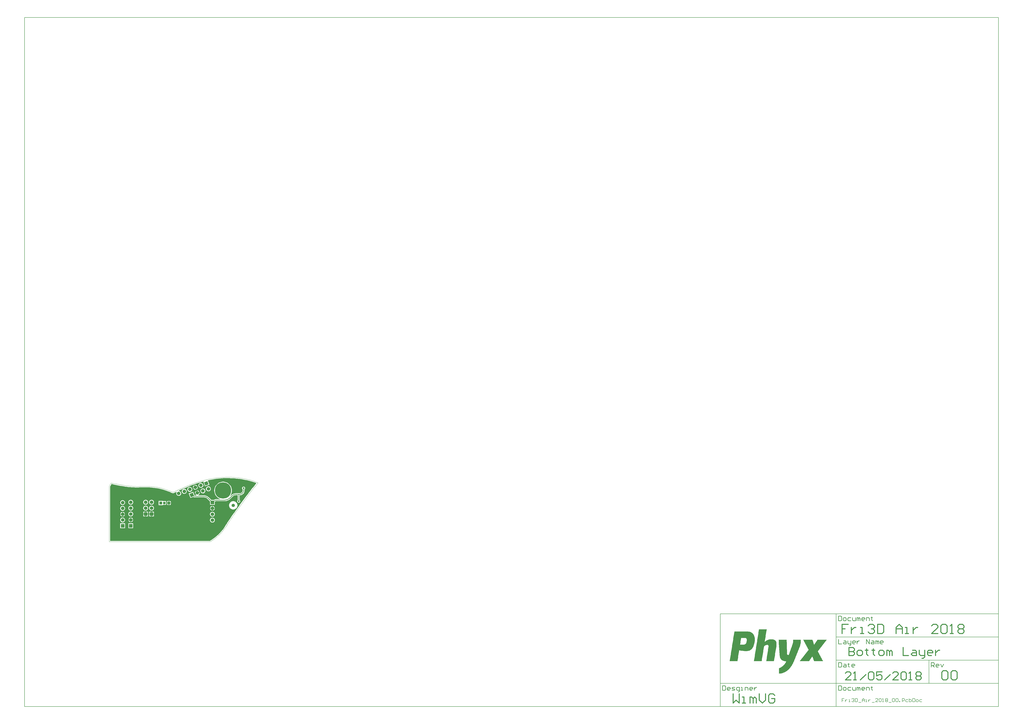
<source format=gbl>
G04*
G04 #@! TF.GenerationSoftware,Altium Limited,Altium Designer,18.1.6 (161)*
G04*
G04 Layer_Physical_Order=2*
G04 Layer_Color=33789*
%FSLAX25Y25*%
%MOIN*%
G70*
G01*
G75*
%ADD10C,0.00984*%
%ADD11C,0.00787*%
%ADD13C,0.00394*%
%ADD14C,0.01575*%
%ADD49C,0.05906*%
%ADD57R,0.03937X0.03937*%
G04:AMPARAMS|DCode=58|XSize=39.37mil|YSize=39.37mil|CornerRadius=9.84mil|HoleSize=0mil|Usage=FLASHONLY|Rotation=0.000|XOffset=0mil|YOffset=0mil|HoleType=Round|Shape=RoundedRectangle|*
%AMROUNDEDRECTD58*
21,1,0.03937,0.01968,0,0,0.0*
21,1,0.01968,0.03937,0,0,0.0*
1,1,0.01968,0.00984,-0.00984*
1,1,0.01968,-0.00984,-0.00984*
1,1,0.01968,-0.00984,0.00984*
1,1,0.01968,0.00984,0.00984*
%
%ADD58ROUNDEDRECTD58*%
G04:AMPARAMS|DCode=59|XSize=49.21mil|YSize=49.21mil|CornerRadius=12.3mil|HoleSize=0mil|Usage=FLASHONLY|Rotation=0.000|XOffset=0mil|YOffset=0mil|HoleType=Round|Shape=RoundedRectangle|*
%AMROUNDEDRECTD59*
21,1,0.04921,0.02461,0,0,0.0*
21,1,0.02461,0.04921,0,0,0.0*
1,1,0.02461,0.01230,-0.01230*
1,1,0.02461,-0.01230,-0.01230*
1,1,0.02461,-0.01230,0.01230*
1,1,0.02461,0.01230,0.01230*
%
%ADD59ROUNDEDRECTD59*%
%ADD60R,0.04921X0.04921*%
%ADD61R,0.05906X0.05906*%
%ADD62C,0.05512*%
%ADD63P,0.08352X4X65.0*%
%ADD64C,0.27559*%
%ADD65C,0.02756*%
G36*
X36335Y107980D02*
X40830Y107718D01*
X45316Y107321D01*
X49788Y106789D01*
X54241Y106123D01*
X58672Y105323D01*
X63078Y104391D01*
X65265Y103859D01*
X66018Y103673D01*
X67526Y103277D01*
X69030Y102858D01*
X70526Y102417D01*
X71270Y102185D01*
X71274Y102185D01*
X71277Y102183D01*
X71571Y102093D01*
X72154Y101905D01*
X72735Y101709D01*
X73313Y101504D01*
X73600Y101398D01*
X73603Y101398D01*
X73606Y101396D01*
X78306Y99679D01*
X78439Y99196D01*
X75273Y95307D01*
X75269Y95299D01*
X75261Y95293D01*
X73877Y93550D01*
X73875Y93548D01*
X73873Y93546D01*
X71118Y90051D01*
X71116Y90047D01*
X71113Y90045D01*
X68375Y86536D01*
X68374Y86532D01*
X68371Y86530D01*
X65651Y83008D01*
X65649Y83005D01*
X65647Y83003D01*
X64294Y81236D01*
X64293Y81235D01*
X64292Y81234D01*
X61379Y77418D01*
X61377Y77413D01*
X61373Y77409D01*
X55602Y69735D01*
X55598Y69728D01*
X55593Y69723D01*
X49895Y61994D01*
X49892Y61987D01*
X49886Y61982D01*
X44263Y54200D01*
X44260Y54194D01*
X44256Y54190D01*
X41472Y50279D01*
X41471Y50276D01*
X41468Y50273D01*
X39889Y48033D01*
X39887Y48028D01*
X39884Y48024D01*
X36755Y43524D01*
X36752Y43518D01*
X36747Y43513D01*
X33655Y38988D01*
X33652Y38982D01*
X33648Y38977D01*
X30593Y34426D01*
X30591Y34421D01*
X30588Y34418D01*
X29074Y32133D01*
X29074Y32132D01*
X29074Y32132D01*
X28869Y31823D01*
X28868Y31819D01*
X28865Y31817D01*
X28459Y31196D01*
X28457Y31192D01*
X28453Y31188D01*
X28051Y30565D01*
X28049Y30560D01*
X28046Y30557D01*
X27648Y29931D01*
X27646Y29928D01*
X27643Y29925D01*
X27446Y29611D01*
X27445Y29610D01*
X27444Y29609D01*
X26673Y28380D01*
X26673Y28380D01*
X26673Y28379D01*
X25918Y27176D01*
X25173Y26003D01*
X24208Y24514D01*
X22128Y21619D01*
X19914Y18826D01*
X17569Y16141D01*
X15098Y13572D01*
X12509Y11122D01*
X9805Y8799D01*
X6995Y6607D01*
X5539Y5579D01*
X5534Y5574D01*
X5527Y5571D01*
X4754Y5015D01*
X3185Y3933D01*
X1596Y2884D01*
X-14Y1867D01*
X-447Y1606D01*
X-169762D01*
Y93776D01*
X-168831Y95637D01*
X-167486Y98136D01*
X-164662Y97455D01*
X-164643Y97454D01*
X-164625Y97446D01*
X-162034Y96885D01*
X-162022Y96884D01*
X-162011Y96880D01*
X-156812Y95834D01*
X-156796Y95834D01*
X-156781Y95828D01*
X-151563Y94885D01*
X-151547Y94885D01*
X-151531Y94880D01*
X-146295Y94041D01*
X-146283Y94041D01*
X-146272Y94037D01*
X-143648Y93657D01*
X-143639Y93657D01*
X-143631Y93655D01*
X-142524Y93506D01*
X-142516Y93507D01*
X-142508Y93504D01*
X-140291Y93230D01*
X-140280Y93230D01*
X-140270Y93227D01*
X-138050Y92982D01*
X-138039Y92983D01*
X-138029Y92980D01*
X-135805Y92764D01*
X-135797Y92765D01*
X-135790Y92762D01*
X-134677Y92665D01*
X-134671Y92666D01*
X-134666Y92664D01*
X-133578Y92577D01*
X-133565Y92579D01*
X-133554Y92576D01*
X-131375Y92435D01*
X-131359Y92437D01*
X-131343Y92433D01*
X-129162Y92336D01*
X-129146Y92338D01*
X-129130Y92335D01*
X-126948Y92282D01*
X-126936Y92284D01*
X-126923Y92281D01*
X-125832Y92272D01*
X-125825Y92273D01*
X-125818Y92272D01*
X-122624D01*
X-122595Y92277D01*
X-122566Y92273D01*
X-118140Y92430D01*
X-115986Y92492D01*
X-113870Y92534D01*
X-111780Y92549D01*
X-111776Y92550D01*
X-111772Y92549D01*
X-108940Y92584D01*
X-103276Y92398D01*
X-97628Y91959D01*
X-92004Y91266D01*
X-89221Y90796D01*
X-87220Y90431D01*
X-83232Y89516D01*
X-79290Y88422D01*
X-75401Y87153D01*
X-73487Y86431D01*
X-73484Y86431D01*
X-73482Y86429D01*
X-72578Y86092D01*
X-70774Y85406D01*
X-68976Y84709D01*
X-67180Y83999D01*
X-66286Y83639D01*
X-66284Y83639D01*
X-66283Y83637D01*
X-63505Y82526D01*
X-63199Y82469D01*
X-62893Y82412D01*
X-62891Y82412D01*
X-62889Y82412D01*
X-62583Y82477D01*
X-62280Y82540D01*
X-61264Y82972D01*
X-61259Y82976D01*
X-61253Y82977D01*
X-59229Y83859D01*
X-59222Y83864D01*
X-59213Y83865D01*
X-57200Y84768D01*
X-57192Y84773D01*
X-57184Y84775D01*
X-57040Y84842D01*
X-56697Y84449D01*
X-57013Y83954D01*
X-57340Y82916D01*
X-57388Y81829D01*
X-57152Y80766D01*
X-56649Y79801D01*
X-55914Y78998D01*
X-54996Y78413D01*
X-53958Y78086D01*
X-52870Y78039D01*
X-51808Y78274D01*
X-50842Y78777D01*
X-50040Y79512D01*
X-49455Y80430D01*
X-49128Y81468D01*
X-49080Y82556D01*
X-49316Y83618D01*
X-49818Y84584D01*
X-50554Y85386D01*
X-51472Y85971D01*
X-52510Y86298D01*
X-52822Y86312D01*
X-52920Y86817D01*
X-51773Y87335D01*
X-47190Y89350D01*
X-42587Y91315D01*
X-37962Y93233D01*
X-35643Y94166D01*
X-34350Y94681D01*
X-31746Y95685D01*
X-29132Y96661D01*
X-26507Y97609D01*
X-25190Y98070D01*
X-25189Y98070D01*
X-25188Y98070D01*
X-22291Y99086D01*
X-16442Y100945D01*
X-10944Y102516D01*
X-10790Y102040D01*
X-11548Y101764D01*
X-8720Y93995D01*
X-951Y96823D01*
X-3558Y103986D01*
X-3318Y104425D01*
X-1601Y104807D01*
X313Y105217D01*
X4173Y105939D01*
X8052Y106558D01*
X11945Y107074D01*
X15851Y107487D01*
X19767Y107796D01*
X23688Y108002D01*
X27615Y108104D01*
X29579Y108103D01*
X29581Y108103D01*
X29583Y108103D01*
X31834Y108107D01*
X36335Y107980D01*
D02*
G37*
G36*
X1047062Y-166394D02*
X1046775D01*
Y-166681D01*
X1046489D01*
Y-166967D01*
Y-167253D01*
X1046203D01*
Y-167539D01*
X1045916D01*
Y-167826D01*
X1045630D01*
Y-168112D01*
Y-168398D01*
X1045344D01*
Y-168685D01*
X1045057D01*
Y-168971D01*
X1044771D01*
Y-169257D01*
X1044485D01*
Y-169544D01*
Y-169830D01*
X1044198D01*
Y-170116D01*
X1043912D01*
Y-170403D01*
X1043626D01*
Y-170689D01*
Y-170975D01*
X1043340D01*
Y-171262D01*
X1043053D01*
Y-171548D01*
X1042767D01*
Y-171834D01*
X1042480D01*
Y-172120D01*
Y-172407D01*
X1042194D01*
Y-172693D01*
X1041908D01*
Y-172979D01*
X1041622D01*
Y-173266D01*
Y-173552D01*
X1041335D01*
Y-173838D01*
X1041049D01*
Y-174125D01*
X1040763D01*
Y-174411D01*
Y-174697D01*
X1040476D01*
Y-174984D01*
X1040190D01*
Y-175270D01*
X1039904D01*
Y-175556D01*
X1039617D01*
Y-175842D01*
Y-176129D01*
X1039331D01*
Y-176415D01*
X1039045D01*
Y-176701D01*
X1038758D01*
Y-176988D01*
Y-177274D01*
X1038472D01*
Y-177560D01*
X1038186D01*
Y-177847D01*
X1037899D01*
Y-178133D01*
Y-178419D01*
X1037613D01*
Y-178706D01*
X1037327D01*
Y-178992D01*
X1037041D01*
Y-179278D01*
X1036754D01*
Y-179565D01*
Y-179851D01*
X1036468D01*
Y-180137D01*
X1036182D01*
Y-180423D01*
X1035895D01*
Y-180710D01*
Y-180996D01*
X1035609D01*
Y-181282D01*
X1035323D01*
Y-181569D01*
X1035036D01*
Y-181855D01*
Y-182141D01*
X1034750D01*
Y-182428D01*
X1034464D01*
Y-182714D01*
X1034177D01*
Y-183000D01*
X1033891D01*
Y-183287D01*
Y-183573D01*
X1033605D01*
Y-183859D01*
X1033319D01*
Y-184146D01*
X1033032D01*
Y-184432D01*
Y-184718D01*
X1032746D01*
Y-185004D01*
X1032460D01*
Y-185291D01*
X1032173D01*
Y-185577D01*
X1031887D01*
Y-185863D01*
Y-186150D01*
X1032173D01*
Y-186436D01*
Y-186722D01*
X1032460D01*
Y-187009D01*
Y-187295D01*
X1032746D01*
Y-187581D01*
X1033032D01*
Y-187868D01*
Y-188154D01*
X1033319D01*
Y-188440D01*
Y-188727D01*
X1033605D01*
Y-189013D01*
Y-189299D01*
X1033891D01*
Y-189585D01*
Y-189872D01*
X1034177D01*
Y-190158D01*
Y-190444D01*
X1034464D01*
Y-190731D01*
Y-191017D01*
X1034750D01*
Y-191303D01*
Y-191590D01*
X1035036D01*
Y-191876D01*
Y-192162D01*
X1035323D01*
Y-192449D01*
X1035609D01*
Y-192735D01*
Y-193021D01*
X1035895D01*
Y-193308D01*
Y-193594D01*
X1036182D01*
Y-193880D01*
Y-194167D01*
X1036468D01*
Y-194453D01*
Y-194739D01*
X1036754D01*
Y-195025D01*
Y-195312D01*
X1037041D01*
Y-195598D01*
Y-195884D01*
X1037327D01*
Y-196171D01*
Y-196457D01*
X1037613D01*
Y-196743D01*
X1037899D01*
Y-197030D01*
Y-197316D01*
X1038186D01*
Y-197602D01*
Y-197889D01*
X1038472D01*
Y-198175D01*
Y-198461D01*
X1038758D01*
Y-198748D01*
Y-199034D01*
X1039045D01*
Y-199320D01*
Y-199606D01*
X1039331D01*
Y-199893D01*
Y-200179D01*
X1039617D01*
Y-200465D01*
Y-200752D01*
X1039904D01*
Y-201038D01*
X1040190D01*
Y-201324D01*
Y-201611D01*
X1040476D01*
Y-201897D01*
Y-202183D01*
X1040763D01*
Y-202470D01*
X1025588D01*
Y-202183D01*
X1025302D01*
Y-201897D01*
Y-201611D01*
Y-201324D01*
X1025016D01*
Y-201038D01*
Y-200752D01*
Y-200465D01*
X1024729D01*
Y-200179D01*
Y-199893D01*
X1024443D01*
Y-199606D01*
Y-199320D01*
Y-199034D01*
X1024156D01*
Y-198748D01*
Y-198461D01*
Y-198175D01*
X1023870D01*
Y-197889D01*
Y-197602D01*
X1023584D01*
Y-197316D01*
Y-197030D01*
Y-196743D01*
X1023298D01*
Y-196457D01*
Y-196171D01*
Y-195884D01*
X1023011D01*
Y-195598D01*
Y-195312D01*
Y-195025D01*
X1022725D01*
Y-194739D01*
X1022152D01*
Y-195025D01*
Y-195312D01*
X1021866D01*
Y-195598D01*
X1021580D01*
Y-195884D01*
Y-196171D01*
X1021293D01*
Y-196457D01*
X1021007D01*
Y-196743D01*
Y-197030D01*
X1020721D01*
Y-197316D01*
X1020434D01*
Y-197602D01*
Y-197889D01*
X1020148D01*
Y-198175D01*
X1019862D01*
Y-198461D01*
X1019576D01*
Y-198748D01*
Y-199034D01*
X1019289D01*
Y-199320D01*
X1019003D01*
Y-199606D01*
Y-199893D01*
X1018717D01*
Y-200179D01*
X1018430D01*
Y-200465D01*
Y-200752D01*
X1018144D01*
Y-201038D01*
X1017858D01*
Y-201324D01*
Y-201611D01*
X1017571D01*
Y-201897D01*
X1017285D01*
Y-202183D01*
Y-202470D01*
X1001252D01*
Y-202183D01*
X1001538D01*
Y-201897D01*
X1001824D01*
Y-201611D01*
X1002110D01*
Y-201324D01*
X1002397D01*
Y-201038D01*
Y-200752D01*
X1002683D01*
Y-200465D01*
X1002969D01*
Y-200179D01*
X1003256D01*
Y-199893D01*
X1003542D01*
Y-199606D01*
Y-199320D01*
X1003828D01*
Y-199034D01*
X1004115D01*
Y-198748D01*
X1004401D01*
Y-198461D01*
Y-198175D01*
X1004687D01*
Y-197889D01*
X1004974D01*
Y-197602D01*
X1005260D01*
Y-197316D01*
X1005546D01*
Y-197030D01*
Y-196743D01*
X1005832D01*
Y-196457D01*
X1006119D01*
Y-196171D01*
X1006405D01*
Y-195884D01*
X1006691D01*
Y-195598D01*
Y-195312D01*
X1006978D01*
Y-195025D01*
X1007264D01*
Y-194739D01*
X1007550D01*
Y-194453D01*
Y-194167D01*
X1007837D01*
Y-193880D01*
X1008123D01*
Y-193594D01*
X1008409D01*
Y-193308D01*
X1008696D01*
Y-193021D01*
Y-192735D01*
X1008982D01*
Y-192449D01*
X1009268D01*
Y-192162D01*
X1009555D01*
Y-191876D01*
Y-191590D01*
X1009841D01*
Y-191303D01*
X1010127D01*
Y-191017D01*
X1010413D01*
Y-190731D01*
X1010700D01*
Y-190444D01*
Y-190158D01*
X1010986D01*
Y-189872D01*
X1011272D01*
Y-189585D01*
X1011559D01*
Y-189299D01*
Y-189013D01*
X1011845D01*
Y-188727D01*
X1012131D01*
Y-188440D01*
X1012418D01*
Y-188154D01*
X1012704D01*
Y-187868D01*
Y-187581D01*
X1012990D01*
Y-187295D01*
X1013277D01*
Y-187009D01*
X1013563D01*
Y-186722D01*
X1013849D01*
Y-186436D01*
Y-186150D01*
X1014136D01*
Y-185863D01*
X1014422D01*
Y-185577D01*
X1014708D01*
Y-185291D01*
Y-185004D01*
X1014995D01*
Y-184718D01*
X1015281D01*
Y-184432D01*
X1015567D01*
Y-184146D01*
X1015853D01*
Y-183859D01*
Y-183573D01*
X1016140D01*
Y-183287D01*
Y-183000D01*
Y-182714D01*
X1015853D01*
Y-182428D01*
X1015567D01*
Y-182141D01*
Y-181855D01*
X1015281D01*
Y-181569D01*
Y-181282D01*
X1014995D01*
Y-180996D01*
Y-180710D01*
X1014708D01*
Y-180423D01*
Y-180137D01*
X1014422D01*
Y-179851D01*
Y-179565D01*
X1014136D01*
Y-179278D01*
Y-178992D01*
X1013849D01*
Y-178706D01*
X1013563D01*
Y-178419D01*
Y-178133D01*
X1013277D01*
Y-177847D01*
Y-177560D01*
X1012990D01*
Y-177274D01*
Y-176988D01*
X1012704D01*
Y-176701D01*
Y-176415D01*
X1012418D01*
Y-176129D01*
Y-175842D01*
X1012131D01*
Y-175556D01*
Y-175270D01*
X1011845D01*
Y-174984D01*
X1011559D01*
Y-174697D01*
Y-174411D01*
X1011272D01*
Y-174125D01*
Y-173838D01*
X1010986D01*
Y-173552D01*
Y-173266D01*
X1010700D01*
Y-172979D01*
Y-172693D01*
X1010413D01*
Y-172407D01*
Y-172120D01*
X1010127D01*
Y-171834D01*
Y-171548D01*
X1009841D01*
Y-171262D01*
Y-170975D01*
X1009555D01*
Y-170689D01*
X1009268D01*
Y-170403D01*
Y-170116D01*
X1008982D01*
Y-169830D01*
Y-169544D01*
X1008696D01*
Y-169257D01*
Y-168971D01*
X1008409D01*
Y-168685D01*
Y-168398D01*
X1008123D01*
Y-168112D01*
Y-167826D01*
X1007837D01*
Y-167539D01*
Y-167253D01*
X1007550D01*
Y-166967D01*
X1007264D01*
Y-166681D01*
Y-166394D01*
X1006978D01*
Y-166108D01*
X1022725D01*
Y-166394D01*
X1023011D01*
Y-166681D01*
Y-166967D01*
Y-167253D01*
X1023298D01*
Y-167539D01*
Y-167826D01*
Y-168112D01*
X1023584D01*
Y-168398D01*
Y-168685D01*
Y-168971D01*
X1023870D01*
Y-169257D01*
Y-169544D01*
Y-169830D01*
X1024156D01*
Y-170116D01*
Y-170403D01*
Y-170689D01*
X1024443D01*
Y-170975D01*
Y-171262D01*
Y-171548D01*
X1024729D01*
Y-171834D01*
Y-172120D01*
Y-172407D01*
X1025016D01*
Y-172693D01*
Y-172979D01*
Y-173266D01*
X1025302D01*
Y-173552D01*
Y-173838D01*
Y-174125D01*
Y-174411D01*
X1025874D01*
Y-174125D01*
X1026161D01*
Y-173838D01*
X1026447D01*
Y-173552D01*
Y-173266D01*
X1026733D01*
Y-172979D01*
X1027020D01*
Y-172693D01*
Y-172407D01*
X1027306D01*
Y-172120D01*
X1027592D01*
Y-171834D01*
Y-171548D01*
X1027879D01*
Y-171262D01*
X1028165D01*
Y-170975D01*
Y-170689D01*
X1028451D01*
Y-170403D01*
X1028738D01*
Y-170116D01*
Y-169830D01*
X1029024D01*
Y-169544D01*
X1029310D01*
Y-169257D01*
Y-168971D01*
X1029597D01*
Y-168685D01*
X1029883D01*
Y-168398D01*
Y-168112D01*
X1030169D01*
Y-167826D01*
X1030455D01*
Y-167539D01*
Y-167253D01*
X1030742D01*
Y-166967D01*
X1031028D01*
Y-166681D01*
Y-166394D01*
X1031314D01*
Y-166108D01*
X1047062D01*
Y-166394D01*
D02*
G37*
G36*
X913926Y-152365D02*
X915644D01*
Y-152651D01*
X916503D01*
Y-152937D01*
X917362D01*
Y-153224D01*
X918221D01*
Y-153510D01*
X918793D01*
Y-153796D01*
X919080D01*
Y-154083D01*
X919652D01*
Y-154369D01*
X919939D01*
Y-154655D01*
X920511D01*
Y-154942D01*
X920798D01*
Y-155228D01*
X921084D01*
Y-155514D01*
X921370D01*
Y-155801D01*
X921657D01*
Y-156087D01*
X921943D01*
Y-156373D01*
X922229D01*
Y-156659D01*
Y-156946D01*
X922515D01*
Y-157232D01*
X922802D01*
Y-157518D01*
Y-157805D01*
X923088D01*
Y-158091D01*
X923374D01*
Y-158377D01*
Y-158664D01*
X923661D01*
Y-158950D01*
Y-159236D01*
Y-159523D01*
X923947D01*
Y-159809D01*
Y-160095D01*
Y-160382D01*
X924233D01*
Y-160668D01*
Y-160954D01*
Y-161240D01*
Y-161527D01*
X924520D01*
Y-161813D01*
Y-162100D01*
Y-162386D01*
Y-162672D01*
Y-162958D01*
X924806D01*
Y-163245D01*
Y-163531D01*
Y-163817D01*
Y-164104D01*
Y-164390D01*
Y-164676D01*
Y-164963D01*
Y-165249D01*
Y-165535D01*
Y-165822D01*
Y-166108D01*
Y-166394D01*
Y-166681D01*
Y-166967D01*
Y-167253D01*
Y-167539D01*
Y-167826D01*
Y-168112D01*
Y-168398D01*
Y-168685D01*
X924520D01*
Y-168971D01*
Y-169257D01*
Y-169544D01*
Y-169830D01*
Y-170116D01*
Y-170403D01*
Y-170689D01*
X924233D01*
Y-170975D01*
Y-171262D01*
Y-171548D01*
Y-171834D01*
Y-172120D01*
X923947D01*
Y-172407D01*
Y-172693D01*
Y-172979D01*
Y-173266D01*
Y-173552D01*
X923661D01*
Y-173838D01*
Y-174125D01*
Y-174411D01*
X923374D01*
Y-174697D01*
Y-174984D01*
Y-175270D01*
Y-175556D01*
X923088D01*
Y-175842D01*
Y-176129D01*
Y-176415D01*
X922802D01*
Y-176701D01*
Y-176988D01*
X922515D01*
Y-177274D01*
Y-177560D01*
Y-177847D01*
X922229D01*
Y-178133D01*
Y-178419D01*
X921943D01*
Y-178706D01*
Y-178992D01*
X921657D01*
Y-179278D01*
Y-179565D01*
X921370D01*
Y-179851D01*
X921084D01*
Y-180137D01*
Y-180423D01*
X920798D01*
Y-180710D01*
X920511D01*
Y-180996D01*
X920225D01*
Y-181282D01*
Y-181569D01*
X919939D01*
Y-181855D01*
X919652D01*
Y-182141D01*
X919366D01*
Y-182428D01*
X919080D01*
Y-182714D01*
X918793D01*
Y-183000D01*
X918221D01*
Y-183287D01*
X917934D01*
Y-183573D01*
X917362D01*
Y-183859D01*
X917076D01*
Y-184146D01*
X916503D01*
Y-184432D01*
X915644D01*
Y-184718D01*
X914785D01*
Y-185004D01*
X913926D01*
Y-185291D01*
X912208D01*
Y-185577D01*
X907055D01*
Y-185291D01*
X904478D01*
Y-185004D01*
X902474D01*
Y-184718D01*
X901042D01*
Y-184432D01*
X899610D01*
Y-184146D01*
X898179D01*
Y-184432D01*
Y-184718D01*
Y-185004D01*
Y-185291D01*
Y-185577D01*
Y-185863D01*
Y-186150D01*
X897892D01*
Y-186436D01*
Y-186722D01*
Y-187009D01*
Y-187295D01*
Y-187581D01*
Y-187868D01*
X897606D01*
Y-188154D01*
Y-188440D01*
Y-188727D01*
Y-189013D01*
Y-189299D01*
Y-189585D01*
X897320D01*
Y-189872D01*
Y-190158D01*
Y-190444D01*
Y-190731D01*
Y-191017D01*
Y-191303D01*
Y-191590D01*
X897034D01*
Y-191876D01*
Y-192162D01*
Y-192449D01*
Y-192735D01*
Y-193021D01*
Y-193308D01*
X896747D01*
Y-193594D01*
Y-193880D01*
Y-194167D01*
Y-194453D01*
Y-194739D01*
Y-195025D01*
X896461D01*
Y-195312D01*
Y-195598D01*
Y-195884D01*
Y-196171D01*
Y-196457D01*
Y-196743D01*
Y-197030D01*
X896175D01*
Y-197316D01*
Y-197602D01*
Y-197889D01*
Y-198175D01*
Y-198461D01*
Y-198748D01*
X895888D01*
Y-199034D01*
Y-199320D01*
Y-199606D01*
Y-199893D01*
Y-200179D01*
Y-200465D01*
X895602D01*
Y-200752D01*
Y-201038D01*
Y-201324D01*
Y-201611D01*
Y-201897D01*
Y-202183D01*
Y-202470D01*
X882145D01*
Y-202183D01*
X882432D01*
Y-201897D01*
Y-201611D01*
Y-201324D01*
Y-201038D01*
Y-200752D01*
X882718D01*
Y-200465D01*
Y-200179D01*
Y-199893D01*
Y-199606D01*
Y-199320D01*
Y-199034D01*
Y-198748D01*
X883004D01*
Y-198461D01*
Y-198175D01*
Y-197889D01*
Y-197602D01*
Y-197316D01*
Y-197030D01*
X883291D01*
Y-196743D01*
Y-196457D01*
Y-196171D01*
Y-195884D01*
Y-195598D01*
Y-195312D01*
X883577D01*
Y-195025D01*
Y-194739D01*
Y-194453D01*
Y-194167D01*
Y-193880D01*
Y-193594D01*
Y-193308D01*
X883863D01*
Y-193021D01*
Y-192735D01*
Y-192449D01*
Y-192162D01*
Y-191876D01*
Y-191590D01*
X884149D01*
Y-191303D01*
Y-191017D01*
Y-190731D01*
Y-190444D01*
Y-190158D01*
Y-189872D01*
X884436D01*
Y-189585D01*
Y-189299D01*
Y-189013D01*
Y-188727D01*
Y-188440D01*
Y-188154D01*
X884722D01*
Y-187868D01*
Y-187581D01*
Y-187295D01*
Y-187009D01*
Y-186722D01*
Y-186436D01*
Y-186150D01*
X885009D01*
Y-185863D01*
Y-185577D01*
Y-185291D01*
Y-185004D01*
Y-184718D01*
Y-184432D01*
X885295D01*
Y-184146D01*
Y-183859D01*
Y-183573D01*
Y-183287D01*
Y-183000D01*
Y-182714D01*
X885581D01*
Y-182428D01*
Y-182141D01*
Y-181855D01*
Y-181569D01*
Y-181282D01*
Y-180996D01*
X885867D01*
Y-180710D01*
Y-180423D01*
Y-180137D01*
Y-179851D01*
Y-179565D01*
Y-179278D01*
Y-178992D01*
X886154D01*
Y-178706D01*
Y-178419D01*
Y-178133D01*
Y-177847D01*
Y-177560D01*
Y-177274D01*
X886440D01*
Y-176988D01*
Y-176701D01*
Y-176415D01*
Y-176129D01*
Y-175842D01*
Y-175556D01*
X886726D01*
Y-175270D01*
Y-174984D01*
Y-174697D01*
Y-174411D01*
Y-174125D01*
Y-173838D01*
Y-173552D01*
X887013D01*
Y-173266D01*
Y-172979D01*
Y-172693D01*
Y-172407D01*
Y-172120D01*
Y-171834D01*
X887299D01*
Y-171548D01*
Y-171262D01*
Y-170975D01*
Y-170689D01*
Y-170403D01*
Y-170116D01*
X887585D01*
Y-169830D01*
Y-169544D01*
Y-169257D01*
Y-168971D01*
Y-168685D01*
Y-168398D01*
X887872D01*
Y-168112D01*
Y-167826D01*
Y-167539D01*
Y-167253D01*
Y-166967D01*
Y-166681D01*
Y-166394D01*
X888158D01*
Y-166108D01*
Y-165822D01*
Y-165535D01*
Y-165249D01*
Y-164963D01*
Y-164676D01*
X888444D01*
Y-164390D01*
Y-164104D01*
Y-163817D01*
Y-163531D01*
Y-163245D01*
Y-162958D01*
X888731D01*
Y-162672D01*
Y-162386D01*
Y-162100D01*
Y-161813D01*
Y-161527D01*
Y-161240D01*
Y-160954D01*
X889017D01*
Y-160668D01*
Y-160382D01*
Y-160095D01*
Y-159809D01*
Y-159523D01*
Y-159236D01*
X889303D01*
Y-158950D01*
Y-158664D01*
Y-158377D01*
Y-158091D01*
Y-157805D01*
Y-157518D01*
X889590D01*
Y-157232D01*
Y-156946D01*
Y-156659D01*
Y-156373D01*
Y-156087D01*
Y-155801D01*
Y-155514D01*
X889876D01*
Y-155228D01*
Y-154942D01*
Y-154655D01*
Y-154369D01*
Y-154083D01*
Y-153796D01*
X890162D01*
Y-153510D01*
Y-153224D01*
Y-152937D01*
Y-152651D01*
Y-152365D01*
Y-152078D01*
X913926D01*
Y-152365D01*
D02*
G37*
G36*
X1002969Y-166394D02*
Y-166681D01*
Y-166967D01*
Y-167253D01*
Y-167539D01*
Y-167826D01*
Y-168112D01*
Y-168398D01*
Y-168685D01*
Y-168971D01*
Y-169257D01*
Y-169544D01*
Y-169830D01*
Y-170116D01*
Y-170403D01*
Y-170689D01*
Y-170975D01*
Y-171262D01*
Y-171548D01*
Y-171834D01*
Y-172120D01*
X1002683D01*
Y-172407D01*
Y-172693D01*
Y-172979D01*
Y-173266D01*
Y-173552D01*
X1002397D01*
Y-173838D01*
Y-174125D01*
Y-174411D01*
Y-174697D01*
X1002110D01*
Y-174984D01*
Y-175270D01*
Y-175556D01*
Y-175842D01*
X1001824D01*
Y-176129D01*
Y-176415D01*
Y-176701D01*
X1001538D01*
Y-176988D01*
Y-177274D01*
Y-177560D01*
X1001252D01*
Y-177847D01*
Y-178133D01*
Y-178419D01*
X1000965D01*
Y-178706D01*
Y-178992D01*
Y-179278D01*
X1000679D01*
Y-179565D01*
Y-179851D01*
X1000393D01*
Y-180137D01*
Y-180423D01*
X1000106D01*
Y-180710D01*
Y-180996D01*
Y-181282D01*
X999820D01*
Y-181569D01*
Y-181855D01*
X999534D01*
Y-182141D01*
Y-182428D01*
Y-182714D01*
X999247D01*
Y-183000D01*
Y-183287D01*
X998961D01*
Y-183573D01*
Y-183859D01*
Y-184146D01*
X998675D01*
Y-184432D01*
Y-184718D01*
X998388D01*
Y-185004D01*
Y-185291D01*
Y-185577D01*
X998102D01*
Y-185863D01*
Y-186150D01*
X997816D01*
Y-186436D01*
Y-186722D01*
Y-187009D01*
X997529D01*
Y-187295D01*
Y-187581D01*
X997243D01*
Y-187868D01*
Y-188154D01*
Y-188440D01*
X996957D01*
Y-188727D01*
Y-189013D01*
X996671D01*
Y-189299D01*
Y-189585D01*
Y-189872D01*
X996384D01*
Y-190158D01*
Y-190444D01*
X996098D01*
Y-190731D01*
Y-191017D01*
Y-191303D01*
X995811D01*
Y-191590D01*
Y-191876D01*
X995525D01*
Y-192162D01*
Y-192449D01*
Y-192735D01*
X995239D01*
Y-193021D01*
Y-193308D01*
X994953D01*
Y-193594D01*
Y-193880D01*
Y-194167D01*
X994666D01*
Y-194453D01*
Y-194739D01*
X994380D01*
Y-195025D01*
Y-195312D01*
Y-195598D01*
X994094D01*
Y-195884D01*
Y-196171D01*
X993807D01*
Y-196457D01*
Y-196743D01*
Y-197030D01*
X993521D01*
Y-197316D01*
Y-197602D01*
X993235D01*
Y-197889D01*
Y-198175D01*
Y-198461D01*
X992948D01*
Y-198748D01*
Y-199034D01*
X992662D01*
Y-199320D01*
Y-199606D01*
Y-199893D01*
X992376D01*
Y-200179D01*
Y-200465D01*
X992089D01*
Y-200752D01*
Y-201038D01*
Y-201324D01*
X991803D01*
Y-201611D01*
Y-201897D01*
X991517D01*
Y-202183D01*
Y-202470D01*
Y-202756D01*
X991230D01*
Y-203042D01*
Y-203328D01*
X990944D01*
Y-203615D01*
Y-203901D01*
X990658D01*
Y-204187D01*
Y-204474D01*
X990372D01*
Y-204760D01*
Y-205046D01*
Y-205333D01*
X990085D01*
Y-205619D01*
X989799D01*
Y-205905D01*
Y-206192D01*
Y-206478D01*
X989513D01*
Y-206764D01*
X989226D01*
Y-207051D01*
Y-207337D01*
X988940D01*
Y-207623D01*
Y-207909D01*
X988654D01*
Y-208196D01*
Y-208482D01*
X988367D01*
Y-208769D01*
Y-209055D01*
X988081D01*
Y-209341D01*
X987795D01*
Y-209627D01*
Y-209914D01*
X987508D01*
Y-210200D01*
Y-210486D01*
X987222D01*
Y-210773D01*
X986936D01*
Y-211059D01*
X986650D01*
Y-211345D01*
Y-211632D01*
X986363D01*
Y-211918D01*
X986077D01*
Y-212204D01*
Y-212491D01*
X985791D01*
Y-212777D01*
X985504D01*
Y-213063D01*
X985218D01*
Y-213350D01*
Y-213636D01*
X984932D01*
Y-213922D01*
X984645D01*
Y-214208D01*
X984359D01*
Y-214495D01*
X984073D01*
Y-214781D01*
X983786D01*
Y-215067D01*
Y-215354D01*
X983500D01*
Y-215640D01*
X983214D01*
Y-215926D01*
X982928D01*
Y-216213D01*
X982641D01*
Y-216499D01*
X982355D01*
Y-216785D01*
X982069D01*
Y-217072D01*
X981782D01*
Y-217358D01*
X981210D01*
Y-217644D01*
X980923D01*
Y-217931D01*
X980637D01*
Y-218217D01*
X980351D01*
Y-218503D01*
X980064D01*
Y-218789D01*
X979492D01*
Y-219076D01*
X979205D01*
Y-219362D01*
X978633D01*
Y-219648D01*
X978347D01*
Y-219935D01*
X977774D01*
Y-220221D01*
X977487D01*
Y-220507D01*
X976915D01*
Y-220794D01*
X976342D01*
Y-221080D01*
X975770D01*
Y-221366D01*
X975197D01*
Y-221653D01*
X974624D01*
Y-221939D01*
X973765D01*
Y-222225D01*
X973193D01*
Y-222512D01*
X972334D01*
Y-222798D01*
X971189D01*
Y-223084D01*
X970043D01*
Y-223370D01*
X968326D01*
Y-223657D01*
X966321D01*
Y-223943D01*
X966035D01*
Y-223657D01*
Y-223370D01*
Y-223084D01*
Y-222798D01*
Y-222512D01*
Y-222225D01*
Y-221939D01*
Y-221653D01*
Y-221366D01*
Y-221080D01*
Y-220794D01*
Y-220507D01*
Y-220221D01*
Y-219935D01*
Y-219648D01*
Y-219362D01*
Y-219076D01*
Y-218789D01*
Y-218503D01*
Y-218217D01*
Y-217931D01*
Y-217644D01*
Y-217358D01*
Y-217072D01*
Y-216785D01*
Y-216499D01*
Y-216213D01*
Y-215926D01*
Y-215640D01*
Y-215354D01*
Y-215067D01*
Y-214781D01*
Y-214495D01*
X966608D01*
Y-214208D01*
X967180D01*
Y-213922D01*
X967753D01*
Y-213636D01*
X968326D01*
Y-213350D01*
X968898D01*
Y-213063D01*
X969471D01*
Y-212777D01*
X969757D01*
Y-212491D01*
X970330D01*
Y-212204D01*
X970616D01*
Y-211918D01*
X971189D01*
Y-211632D01*
X971475D01*
Y-211345D01*
X971761D01*
Y-211059D01*
X972334D01*
Y-210773D01*
X972620D01*
Y-210486D01*
X972906D01*
Y-210200D01*
X973193D01*
Y-209914D01*
X973479D01*
Y-209627D01*
X973765D01*
Y-209341D01*
X974052D01*
Y-209055D01*
X974338D01*
Y-208769D01*
X974624D01*
Y-208482D01*
X974911D01*
Y-208196D01*
X975197D01*
Y-207909D01*
X975483D01*
Y-207623D01*
Y-207337D01*
X975770D01*
Y-207051D01*
X976056D01*
Y-206764D01*
X976342D01*
Y-206478D01*
Y-206192D01*
X976629D01*
Y-205905D01*
X976915D01*
Y-205619D01*
Y-205333D01*
X977201D01*
Y-205046D01*
Y-204760D01*
X977487D01*
Y-204474D01*
X977774D01*
Y-204187D01*
Y-203901D01*
X978060D01*
Y-203615D01*
Y-203328D01*
X978347D01*
Y-203042D01*
Y-202756D01*
X976629D01*
Y-202470D01*
X974624D01*
Y-202183D01*
X973479D01*
Y-201897D01*
X972906D01*
Y-201611D01*
X972048D01*
Y-201324D01*
X971475D01*
Y-201038D01*
X971189D01*
Y-200752D01*
X970616D01*
Y-200465D01*
X970330D01*
Y-200179D01*
X970043D01*
Y-199893D01*
X969757D01*
Y-199606D01*
X969471D01*
Y-199320D01*
X969184D01*
Y-199034D01*
Y-198748D01*
X968898D01*
Y-198461D01*
X968612D01*
Y-198175D01*
Y-197889D01*
X968326D01*
Y-197602D01*
Y-197316D01*
X968039D01*
Y-197030D01*
Y-196743D01*
X967753D01*
Y-196457D01*
Y-196171D01*
Y-195884D01*
X967467D01*
Y-195598D01*
Y-195312D01*
Y-195025D01*
Y-194739D01*
X967180D01*
Y-194453D01*
Y-194167D01*
Y-193880D01*
Y-193594D01*
Y-193308D01*
Y-193021D01*
Y-192735D01*
X966894D01*
Y-192449D01*
Y-192162D01*
Y-191876D01*
Y-191590D01*
Y-191303D01*
Y-191017D01*
Y-190731D01*
Y-190444D01*
Y-190158D01*
Y-189872D01*
Y-189585D01*
Y-189299D01*
Y-189013D01*
Y-188727D01*
Y-188440D01*
X966608D01*
Y-188154D01*
Y-187868D01*
Y-187581D01*
Y-187295D01*
Y-187009D01*
Y-186722D01*
Y-186436D01*
Y-186150D01*
Y-185863D01*
Y-185577D01*
Y-185291D01*
Y-185004D01*
Y-184718D01*
Y-184432D01*
Y-184146D01*
X966321D01*
Y-183859D01*
Y-183573D01*
Y-183287D01*
Y-183000D01*
Y-182714D01*
Y-182428D01*
Y-182141D01*
Y-181855D01*
Y-181569D01*
Y-181282D01*
Y-180996D01*
Y-180710D01*
Y-180423D01*
Y-180137D01*
Y-179851D01*
Y-179565D01*
X966035D01*
Y-179278D01*
Y-178992D01*
Y-178706D01*
Y-178419D01*
Y-178133D01*
Y-177847D01*
Y-177560D01*
Y-177274D01*
Y-176988D01*
Y-176701D01*
Y-176415D01*
Y-176129D01*
Y-175842D01*
Y-175556D01*
Y-175270D01*
Y-174984D01*
X965749D01*
Y-174697D01*
Y-174411D01*
Y-174125D01*
Y-173838D01*
Y-173552D01*
Y-173266D01*
Y-172979D01*
Y-172693D01*
Y-172407D01*
Y-172120D01*
Y-171834D01*
Y-171548D01*
Y-171262D01*
Y-170975D01*
X965462D01*
Y-170689D01*
Y-170403D01*
Y-170116D01*
Y-169830D01*
Y-169544D01*
Y-169257D01*
Y-168971D01*
Y-168685D01*
Y-168398D01*
Y-168112D01*
Y-167826D01*
Y-167539D01*
Y-167253D01*
Y-166967D01*
Y-166681D01*
Y-166394D01*
X965176D01*
Y-166108D01*
X978919D01*
Y-166394D01*
Y-166681D01*
Y-166967D01*
Y-167253D01*
Y-167539D01*
Y-167826D01*
Y-168112D01*
Y-168398D01*
Y-168685D01*
Y-168971D01*
Y-169257D01*
Y-169544D01*
Y-169830D01*
Y-170116D01*
X979205D01*
Y-170403D01*
Y-170689D01*
Y-170975D01*
Y-171262D01*
Y-171548D01*
Y-171834D01*
Y-172120D01*
Y-172407D01*
Y-172693D01*
Y-172979D01*
Y-173266D01*
Y-173552D01*
Y-173838D01*
Y-174125D01*
Y-174411D01*
Y-174697D01*
Y-174984D01*
Y-175270D01*
Y-175556D01*
Y-175842D01*
Y-176129D01*
Y-176415D01*
Y-176701D01*
Y-176988D01*
Y-177274D01*
Y-177560D01*
Y-177847D01*
Y-178133D01*
Y-178419D01*
Y-178706D01*
Y-178992D01*
Y-179278D01*
Y-179565D01*
Y-179851D01*
Y-180137D01*
Y-180423D01*
Y-180710D01*
Y-180996D01*
Y-181282D01*
Y-181569D01*
Y-181855D01*
X979492D01*
Y-182141D01*
X979205D01*
Y-182428D01*
Y-182714D01*
X979492D01*
Y-183000D01*
Y-183287D01*
Y-183573D01*
Y-183859D01*
Y-184146D01*
Y-184432D01*
Y-184718D01*
Y-185004D01*
Y-185291D01*
Y-185577D01*
Y-185863D01*
Y-186150D01*
Y-186436D01*
Y-186722D01*
Y-187009D01*
Y-187295D01*
Y-187581D01*
Y-187868D01*
Y-188154D01*
Y-188440D01*
Y-188727D01*
Y-189013D01*
Y-189299D01*
Y-189585D01*
Y-189872D01*
Y-190158D01*
X979778D01*
Y-190444D01*
Y-190731D01*
Y-191017D01*
X980064D01*
Y-191303D01*
X980351D01*
Y-191590D01*
X980637D01*
Y-191876D01*
X981496D01*
Y-192162D01*
X982355D01*
Y-191876D01*
X982641D01*
Y-191590D01*
Y-191303D01*
Y-191017D01*
X982928D01*
Y-190731D01*
Y-190444D01*
X983214D01*
Y-190158D01*
Y-189872D01*
Y-189585D01*
X983500D01*
Y-189299D01*
Y-189013D01*
Y-188727D01*
X983786D01*
Y-188440D01*
Y-188154D01*
Y-187868D01*
X984073D01*
Y-187581D01*
Y-187295D01*
Y-187009D01*
X984359D01*
Y-186722D01*
Y-186436D01*
X984645D01*
Y-186150D01*
Y-185863D01*
Y-185577D01*
X984932D01*
Y-185291D01*
Y-185004D01*
Y-184718D01*
X985218D01*
Y-184432D01*
Y-184146D01*
Y-183859D01*
X985504D01*
Y-183573D01*
Y-183287D01*
X985791D01*
Y-183000D01*
Y-182714D01*
Y-182428D01*
X986077D01*
Y-182141D01*
Y-181855D01*
Y-181569D01*
X986363D01*
Y-181282D01*
Y-180996D01*
Y-180710D01*
X986650D01*
Y-180423D01*
Y-180137D01*
X986936D01*
Y-179851D01*
Y-179565D01*
Y-179278D01*
X987222D01*
Y-178992D01*
Y-178706D01*
Y-178419D01*
X987508D01*
Y-178133D01*
Y-177847D01*
Y-177560D01*
X987795D01*
Y-177274D01*
Y-176988D01*
X988081D01*
Y-176701D01*
Y-176415D01*
Y-176129D01*
X988367D01*
Y-175842D01*
Y-175556D01*
Y-175270D01*
X988654D01*
Y-174984D01*
Y-174697D01*
Y-174411D01*
X988940D01*
Y-174125D01*
Y-173838D01*
Y-173552D01*
Y-173266D01*
X989226D01*
Y-172979D01*
Y-172693D01*
Y-172407D01*
Y-172120D01*
X989513D01*
Y-171834D01*
Y-171548D01*
Y-171262D01*
Y-170975D01*
Y-170689D01*
X989799D01*
Y-170403D01*
Y-170116D01*
Y-169830D01*
Y-169544D01*
Y-169257D01*
Y-168971D01*
X990085D01*
Y-168685D01*
Y-168398D01*
Y-168112D01*
Y-167826D01*
Y-167539D01*
Y-167253D01*
Y-166967D01*
Y-166681D01*
Y-166394D01*
Y-166108D01*
X1002969D01*
Y-166394D01*
D02*
G37*
G36*
X945134Y-148929D02*
Y-149215D01*
X944848D01*
Y-149502D01*
Y-149788D01*
Y-150074D01*
Y-150361D01*
Y-150647D01*
Y-150933D01*
X944561D01*
Y-151220D01*
Y-151506D01*
Y-151792D01*
Y-152078D01*
Y-152365D01*
Y-152651D01*
X944275D01*
Y-152937D01*
Y-153224D01*
Y-153510D01*
Y-153796D01*
Y-154083D01*
Y-154369D01*
Y-154655D01*
X943989D01*
Y-154942D01*
Y-155228D01*
Y-155514D01*
Y-155801D01*
Y-156087D01*
Y-156373D01*
X943703D01*
Y-156659D01*
Y-156946D01*
Y-157232D01*
Y-157518D01*
Y-157805D01*
Y-158091D01*
X943416D01*
Y-158377D01*
Y-158664D01*
Y-158950D01*
Y-159236D01*
Y-159523D01*
Y-159809D01*
Y-160095D01*
X943130D01*
Y-160382D01*
Y-160668D01*
Y-160954D01*
Y-161240D01*
Y-161527D01*
Y-161813D01*
X942844D01*
Y-162100D01*
Y-162386D01*
Y-162672D01*
Y-162958D01*
Y-163245D01*
Y-163531D01*
X942557D01*
Y-163817D01*
Y-164104D01*
Y-164390D01*
Y-164676D01*
Y-164963D01*
Y-165249D01*
X942271D01*
Y-165535D01*
Y-165822D01*
Y-166108D01*
Y-166394D01*
Y-166681D01*
Y-166967D01*
Y-167253D01*
X941985D01*
Y-167539D01*
Y-167826D01*
Y-168112D01*
Y-168398D01*
Y-168685D01*
Y-168971D01*
X941698D01*
Y-169257D01*
Y-169544D01*
X942271D01*
Y-169257D01*
X942557D01*
Y-168971D01*
X942844D01*
Y-168685D01*
X943416D01*
Y-168398D01*
X943703D01*
Y-168112D01*
X943989D01*
Y-167826D01*
X944561D01*
Y-167539D01*
X945134D01*
Y-167253D01*
X945420D01*
Y-166967D01*
X945993D01*
Y-166681D01*
X946852D01*
Y-166394D01*
X947425D01*
Y-166108D01*
X948284D01*
Y-165822D01*
X949715D01*
Y-165535D01*
X956014D01*
Y-165822D01*
X957159D01*
Y-166108D01*
X958018D01*
Y-166394D01*
X958591D01*
Y-166681D01*
X958877D01*
Y-166967D01*
X959450D01*
Y-167253D01*
X959736D01*
Y-167539D01*
X960022D01*
Y-167826D01*
X960309D01*
Y-168112D01*
X960595D01*
Y-168398D01*
Y-168685D01*
X960881D01*
Y-168971D01*
Y-169257D01*
X961168D01*
Y-169544D01*
Y-169830D01*
Y-170116D01*
X961454D01*
Y-170403D01*
Y-170689D01*
Y-170975D01*
Y-171262D01*
X961740D01*
Y-171548D01*
Y-171834D01*
Y-172120D01*
Y-172407D01*
Y-172693D01*
Y-172979D01*
Y-173266D01*
Y-173552D01*
Y-173838D01*
Y-174125D01*
Y-174411D01*
Y-174697D01*
Y-174984D01*
Y-175270D01*
Y-175556D01*
Y-175842D01*
Y-176129D01*
Y-176415D01*
X961454D01*
Y-176701D01*
Y-176988D01*
Y-177274D01*
Y-177560D01*
Y-177847D01*
Y-178133D01*
Y-178419D01*
X961168D01*
Y-178706D01*
Y-178992D01*
Y-179278D01*
Y-179565D01*
Y-179851D01*
Y-180137D01*
Y-180423D01*
X960881D01*
Y-180710D01*
Y-180996D01*
Y-181282D01*
Y-181569D01*
Y-181855D01*
Y-182141D01*
X960595D01*
Y-182428D01*
Y-182714D01*
Y-183000D01*
Y-183287D01*
Y-183573D01*
Y-183859D01*
X960309D01*
Y-184146D01*
Y-184432D01*
Y-184718D01*
Y-185004D01*
Y-185291D01*
Y-185577D01*
X960022D01*
Y-185863D01*
Y-186150D01*
Y-186436D01*
Y-186722D01*
Y-187009D01*
Y-187295D01*
Y-187581D01*
X959736D01*
Y-187868D01*
Y-188154D01*
Y-188440D01*
Y-188727D01*
Y-189013D01*
Y-189299D01*
X959450D01*
Y-189585D01*
Y-189872D01*
Y-190158D01*
Y-190444D01*
Y-190731D01*
Y-191017D01*
X959163D01*
Y-191303D01*
Y-191590D01*
Y-191876D01*
Y-192162D01*
Y-192449D01*
Y-192735D01*
Y-193021D01*
X958877D01*
Y-193308D01*
Y-193594D01*
Y-193880D01*
Y-194167D01*
Y-194453D01*
Y-194739D01*
X958591D01*
Y-195025D01*
Y-195312D01*
Y-195598D01*
Y-195884D01*
Y-196171D01*
Y-196457D01*
X958305D01*
Y-196743D01*
Y-197030D01*
Y-197316D01*
Y-197602D01*
Y-197889D01*
Y-198175D01*
X958018D01*
Y-198461D01*
Y-198748D01*
Y-199034D01*
Y-199320D01*
Y-199606D01*
Y-199893D01*
Y-200179D01*
X957732D01*
Y-200465D01*
Y-200752D01*
Y-201038D01*
Y-201324D01*
Y-201611D01*
Y-201897D01*
X957446D01*
Y-202183D01*
Y-202470D01*
X944275D01*
Y-202183D01*
Y-201897D01*
X944561D01*
Y-201611D01*
Y-201324D01*
Y-201038D01*
Y-200752D01*
Y-200465D01*
Y-200179D01*
X944848D01*
Y-199893D01*
Y-199606D01*
Y-199320D01*
Y-199034D01*
Y-198748D01*
Y-198461D01*
Y-198175D01*
X945134D01*
Y-197889D01*
Y-197602D01*
Y-197316D01*
Y-197030D01*
Y-196743D01*
Y-196457D01*
X945420D01*
Y-196171D01*
Y-195884D01*
Y-195598D01*
Y-195312D01*
Y-195025D01*
Y-194739D01*
X945707D01*
Y-194453D01*
Y-194167D01*
Y-193880D01*
Y-193594D01*
Y-193308D01*
Y-193021D01*
Y-192735D01*
X945993D01*
Y-192449D01*
Y-192162D01*
Y-191876D01*
Y-191590D01*
Y-191303D01*
Y-191017D01*
X946279D01*
Y-190731D01*
Y-190444D01*
Y-190158D01*
Y-189872D01*
Y-189585D01*
Y-189299D01*
Y-189013D01*
X946566D01*
Y-188727D01*
Y-188440D01*
Y-188154D01*
Y-187868D01*
Y-187581D01*
Y-187295D01*
X946852D01*
Y-187009D01*
Y-186722D01*
Y-186436D01*
Y-186150D01*
Y-185863D01*
Y-185577D01*
X947138D01*
Y-185291D01*
Y-185004D01*
Y-184718D01*
Y-184432D01*
Y-184146D01*
Y-183859D01*
X947425D01*
Y-183573D01*
Y-183287D01*
Y-183000D01*
Y-182714D01*
Y-182428D01*
Y-182141D01*
Y-181855D01*
X947711D01*
Y-181569D01*
Y-181282D01*
Y-180996D01*
Y-180710D01*
Y-180423D01*
Y-180137D01*
X947997D01*
Y-179851D01*
Y-179565D01*
Y-179278D01*
Y-178992D01*
Y-178706D01*
Y-178419D01*
Y-178133D01*
X948284D01*
Y-177847D01*
Y-177560D01*
Y-177274D01*
Y-176988D01*
Y-176701D01*
Y-176415D01*
X947997D01*
Y-176129D01*
Y-175842D01*
X947711D01*
Y-175556D01*
X947425D01*
Y-175270D01*
X946852D01*
Y-174984D01*
X945134D01*
Y-175270D01*
X943703D01*
Y-175556D01*
X942844D01*
Y-175842D01*
X942271D01*
Y-176129D01*
X941985D01*
Y-176415D01*
X941412D01*
Y-176701D01*
X941126D01*
Y-176988D01*
X940839D01*
Y-177274D01*
Y-177560D01*
X940553D01*
Y-177847D01*
Y-178133D01*
Y-178419D01*
X940267D01*
Y-178706D01*
Y-178992D01*
Y-179278D01*
Y-179565D01*
Y-179851D01*
Y-180137D01*
X939981D01*
Y-180423D01*
Y-180710D01*
Y-180996D01*
Y-181282D01*
Y-181569D01*
Y-181855D01*
Y-182141D01*
X939694D01*
Y-182428D01*
Y-182714D01*
Y-183000D01*
Y-183287D01*
Y-183573D01*
Y-183859D01*
X939408D01*
Y-184146D01*
Y-184432D01*
Y-184718D01*
Y-185004D01*
Y-185291D01*
Y-185577D01*
X939122D01*
Y-185863D01*
Y-186150D01*
Y-186436D01*
Y-186722D01*
Y-187009D01*
Y-187295D01*
X938835D01*
Y-187581D01*
Y-187868D01*
Y-188154D01*
Y-188440D01*
Y-188727D01*
Y-189013D01*
Y-189299D01*
X938549D01*
Y-189585D01*
Y-189872D01*
Y-190158D01*
Y-190444D01*
Y-190731D01*
Y-191017D01*
X938263D01*
Y-191303D01*
Y-191590D01*
Y-191876D01*
Y-192162D01*
Y-192449D01*
Y-192735D01*
X937976D01*
Y-193021D01*
Y-193308D01*
Y-193594D01*
Y-193880D01*
Y-194167D01*
Y-194453D01*
Y-194739D01*
X937690D01*
Y-195025D01*
Y-195312D01*
Y-195598D01*
Y-195884D01*
Y-196171D01*
Y-196457D01*
X937404D01*
Y-196743D01*
Y-197030D01*
Y-197316D01*
Y-197602D01*
Y-197889D01*
Y-198175D01*
X937117D01*
Y-198461D01*
Y-198748D01*
Y-199034D01*
Y-199320D01*
Y-199606D01*
Y-199893D01*
X936831D01*
Y-200179D01*
Y-200465D01*
Y-200752D01*
Y-201038D01*
Y-201324D01*
Y-201611D01*
Y-201897D01*
X936545D01*
Y-202183D01*
Y-202470D01*
X923374D01*
Y-202183D01*
Y-201897D01*
X923661D01*
Y-201611D01*
Y-201324D01*
Y-201038D01*
Y-200752D01*
Y-200465D01*
Y-200179D01*
Y-199893D01*
X923947D01*
Y-199606D01*
Y-199320D01*
Y-199034D01*
Y-198748D01*
Y-198461D01*
Y-198175D01*
X924233D01*
Y-197889D01*
Y-197602D01*
Y-197316D01*
Y-197030D01*
Y-196743D01*
Y-196457D01*
X924520D01*
Y-196171D01*
Y-195884D01*
Y-195598D01*
Y-195312D01*
Y-195025D01*
Y-194739D01*
Y-194453D01*
X924806D01*
Y-194167D01*
Y-193880D01*
Y-193594D01*
Y-193308D01*
Y-193021D01*
Y-192735D01*
X925092D01*
Y-192449D01*
Y-192162D01*
Y-191876D01*
Y-191590D01*
Y-191303D01*
Y-191017D01*
X925379D01*
Y-190731D01*
Y-190444D01*
Y-190158D01*
Y-189872D01*
Y-189585D01*
Y-189299D01*
X925665D01*
Y-189013D01*
Y-188727D01*
Y-188440D01*
Y-188154D01*
Y-187868D01*
Y-187581D01*
Y-187295D01*
X925951D01*
Y-187009D01*
Y-186722D01*
Y-186436D01*
Y-186150D01*
Y-185863D01*
Y-185577D01*
X926237D01*
Y-185291D01*
Y-185004D01*
Y-184718D01*
Y-184432D01*
Y-184146D01*
Y-183859D01*
X926524D01*
Y-183573D01*
Y-183287D01*
Y-183000D01*
Y-182714D01*
Y-182428D01*
Y-182141D01*
Y-181855D01*
X926810D01*
Y-181569D01*
Y-181282D01*
Y-180996D01*
Y-180710D01*
Y-180423D01*
Y-180137D01*
X927096D01*
Y-179851D01*
Y-179565D01*
Y-179278D01*
Y-178992D01*
Y-178706D01*
Y-178419D01*
X927383D01*
Y-178133D01*
Y-177847D01*
Y-177560D01*
Y-177274D01*
Y-176988D01*
Y-176701D01*
X927669D01*
Y-176415D01*
Y-176129D01*
Y-175842D01*
Y-175556D01*
Y-175270D01*
Y-174984D01*
Y-174697D01*
X927955D01*
Y-174411D01*
Y-174125D01*
Y-173838D01*
Y-173552D01*
Y-173266D01*
Y-172979D01*
X928242D01*
Y-172693D01*
Y-172407D01*
Y-172120D01*
Y-171834D01*
Y-171548D01*
Y-171262D01*
X928528D01*
Y-170975D01*
Y-170689D01*
Y-170403D01*
Y-170116D01*
Y-169830D01*
Y-169544D01*
X928814D01*
Y-169257D01*
Y-168971D01*
Y-168685D01*
Y-168398D01*
Y-168112D01*
Y-167826D01*
Y-167539D01*
X929101D01*
Y-167253D01*
Y-166967D01*
Y-166681D01*
Y-166394D01*
Y-166108D01*
Y-165822D01*
X929387D01*
Y-165535D01*
Y-165249D01*
Y-164963D01*
Y-164676D01*
Y-164390D01*
Y-164104D01*
X929673D01*
Y-163817D01*
Y-163531D01*
Y-163245D01*
Y-162958D01*
Y-162672D01*
Y-162386D01*
Y-162100D01*
X929960D01*
Y-161813D01*
Y-161527D01*
Y-161240D01*
Y-160954D01*
Y-160668D01*
Y-160382D01*
X930246D01*
Y-160095D01*
Y-159809D01*
Y-159523D01*
Y-159236D01*
Y-158950D01*
Y-158664D01*
X930532D01*
Y-158377D01*
Y-158091D01*
Y-157805D01*
Y-157518D01*
Y-157232D01*
Y-156946D01*
X930818D01*
Y-156659D01*
Y-156373D01*
Y-156087D01*
Y-155801D01*
Y-155514D01*
Y-155228D01*
Y-154942D01*
X931105D01*
Y-154655D01*
Y-154369D01*
Y-154083D01*
Y-153796D01*
Y-153510D01*
Y-153224D01*
X931391D01*
Y-152937D01*
Y-152651D01*
Y-152365D01*
Y-152078D01*
Y-151792D01*
Y-151506D01*
X931678D01*
Y-151220D01*
Y-150933D01*
Y-150647D01*
Y-150361D01*
Y-150074D01*
Y-149788D01*
Y-149502D01*
X931964D01*
Y-149215D01*
Y-148929D01*
Y-148643D01*
X945134D01*
Y-148929D01*
D02*
G37*
%LPC*%
G36*
X-25390Y96424D02*
X-25914Y96308D01*
X-24744Y93094D01*
X-21530Y94264D01*
X-21777Y94740D01*
X-22480Y95507D01*
X-23358Y96066D01*
X-24351Y96379D01*
X-25390Y96424D01*
D02*
G37*
G36*
X-16010Y100027D02*
X-17072Y99791D01*
X-18038Y99288D01*
X-18840Y98553D01*
X-19425Y97635D01*
X-19752Y96597D01*
X-19800Y95509D01*
X-19564Y94447D01*
X-19062Y93481D01*
X-18326Y92679D01*
X-17408Y92094D01*
X-16370Y91767D01*
X-15283Y91719D01*
X-14220Y91955D01*
X-13255Y92457D01*
X-12452Y93193D01*
X-11867Y94111D01*
X-11540Y95149D01*
X-11492Y96236D01*
X-11728Y97299D01*
X-12231Y98264D01*
X-12966Y99067D01*
X-13884Y99652D01*
X-14922Y99979D01*
X-16010Y100027D01*
D02*
G37*
G36*
X-26854Y95966D02*
X-27330Y95719D01*
X-28097Y95015D01*
X-28656Y94138D01*
X-28969Y93145D01*
X-29015Y92105D01*
X-28899Y91581D01*
X-25684Y92752D01*
X-26854Y95966D01*
D02*
G37*
G36*
X-21188Y93324D02*
X-24402Y92154D01*
X-23232Y88939D01*
X-22756Y89187D01*
X-21989Y89890D01*
X-21430Y90768D01*
X-21117Y91760D01*
X-21071Y92800D01*
X-21188Y93324D01*
D02*
G37*
G36*
X-25342Y91812D02*
X-28557Y90642D01*
X-28309Y90166D01*
X-27606Y89399D01*
X-26728Y88839D01*
X-25735Y88526D01*
X-24696Y88481D01*
X-24172Y88597D01*
X-25342Y91812D01*
D02*
G37*
G36*
X-3192Y94050D02*
X-4255Y93814D01*
X-5221Y93312D01*
X-6023Y92576D01*
X-6608Y91658D01*
X-6935Y90620D01*
X-6983Y89533D01*
X-6747Y88470D01*
X-6244Y87505D01*
X-5509Y86702D01*
X-4591Y86117D01*
X-3553Y85790D01*
X-2466Y85742D01*
X-1403Y85978D01*
X-438Y86481D01*
X365Y87216D01*
X950Y88134D01*
X1277Y89172D01*
X1325Y90260D01*
X1089Y91322D01*
X586Y92288D01*
X-149Y93090D01*
X-1067Y93675D01*
X-2105Y94002D01*
X-3192Y94050D01*
D02*
G37*
G36*
X-34803Y93186D02*
X-35866Y92951D01*
X-36832Y92448D01*
X-37634Y91713D01*
X-38219Y90795D01*
X-38546Y89757D01*
X-38594Y88669D01*
X-38358Y87607D01*
X-37855Y86641D01*
X-37120Y85839D01*
X-36202Y85254D01*
X-35164Y84926D01*
X-34077Y84879D01*
X-33014Y85115D01*
X-32048Y85617D01*
X-31246Y86352D01*
X-30661Y87270D01*
X-30334Y88309D01*
X-30286Y89396D01*
X-30522Y90459D01*
X-31025Y91424D01*
X-31760Y92227D01*
X-32678Y92811D01*
X-33716Y93139D01*
X-34803Y93186D01*
D02*
G37*
G36*
X-21970Y87028D02*
X-22494Y86911D01*
X-21324Y83697D01*
X-18109Y84867D01*
X-18357Y85343D01*
X-19060Y86110D01*
X-19938Y86669D01*
X-20931Y86982D01*
X-21970Y87028D01*
D02*
G37*
G36*
X-12589Y90630D02*
X-13652Y90394D01*
X-14617Y89891D01*
X-15420Y89156D01*
X-16005Y88238D01*
X-16332Y87200D01*
X-16380Y86113D01*
X-16144Y85050D01*
X-15641Y84084D01*
X-14906Y83282D01*
X-13988Y82697D01*
X-12950Y82370D01*
X-11863Y82322D01*
X-10800Y82558D01*
X-9834Y83060D01*
X-9032Y83796D01*
X-8447Y84714D01*
X-8120Y85752D01*
X-8072Y86839D01*
X-8308Y87902D01*
X-8811Y88868D01*
X-9546Y89670D01*
X-10464Y90255D01*
X-11502Y90582D01*
X-12589Y90630D01*
D02*
G37*
G36*
X-23434Y86569D02*
X-23910Y86322D01*
X-24677Y85619D01*
X-25236Y84741D01*
X-25549Y83748D01*
X-25595Y82708D01*
X-25479Y82185D01*
X-22264Y83355D01*
X-23434Y86569D01*
D02*
G37*
G36*
X-44200Y89766D02*
X-45263Y89530D01*
X-46229Y89028D01*
X-47031Y88292D01*
X-47616Y87374D01*
X-47943Y86336D01*
X-47991Y85249D01*
X-47755Y84186D01*
X-47252Y83221D01*
X-46517Y82418D01*
X-45599Y81833D01*
X-44561Y81506D01*
X-43474Y81459D01*
X-42411Y81694D01*
X-41445Y82197D01*
X-40643Y82932D01*
X-40058Y83850D01*
X-39731Y84888D01*
X-39683Y85976D01*
X-39919Y87038D01*
X-40421Y88004D01*
X-41157Y88806D01*
X-42075Y89391D01*
X-43113Y89719D01*
X-44200Y89766D01*
D02*
G37*
G36*
X22107Y102021D02*
X19759Y101836D01*
X17470Y101286D01*
X15294Y100385D01*
X13286Y99155D01*
X11496Y97625D01*
X9966Y95835D01*
X8736Y93827D01*
X7835Y91651D01*
X7285Y89361D01*
X7100Y87014D01*
X7285Y84666D01*
X7835Y82376D01*
X8736Y80201D01*
X9966Y78193D01*
X11496Y76402D01*
X13286Y74873D01*
X15294Y73643D01*
X16671Y73072D01*
X16572Y72572D01*
X12016D01*
Y72575D01*
X10184Y72431D01*
X8398Y72002D01*
X6700Y71299D01*
X6315Y71063D01*
X2216D01*
X-2164Y75443D01*
X-2162Y75445D01*
X-3559Y76638D01*
X-5125Y77598D01*
X-6823Y78302D01*
X-8610Y78730D01*
X-10441Y78875D01*
Y78871D01*
X-20018D01*
X-20140Y79371D01*
X-19336Y79790D01*
X-18569Y80493D01*
X-18010Y81371D01*
X-17697Y82363D01*
X-17651Y83403D01*
X-17767Y83927D01*
X-21452Y82586D01*
X-25137Y81245D01*
X-24889Y80769D01*
X-24186Y80002D01*
X-23308Y79443D01*
X-23082Y79371D01*
X-23159Y78871D01*
X-25056D01*
X-25107Y78861D01*
X-26372Y78986D01*
X-26386Y78990D01*
X-28549Y84934D01*
X-36318Y82106D01*
X-33490Y74337D01*
X-28607Y76115D01*
X-27038Y75638D01*
X-25056Y75443D01*
Y75459D01*
X-10441D01*
X-10365Y75475D01*
X-8819Y75322D01*
X-7259Y74849D01*
X-5821Y74080D01*
X-4620Y73095D01*
X-4577Y73030D01*
X-197Y68650D01*
Y62795D01*
X8071D01*
Y68142D01*
X8833Y68550D01*
X10394Y69023D01*
X11939Y69175D01*
X12016Y69160D01*
X25779D01*
Y69157D01*
X27611Y69301D01*
X29397Y69730D01*
X31095Y70433D01*
X32662Y71393D01*
X34059Y72586D01*
X34056Y72589D01*
X38041Y76573D01*
X38085Y76639D01*
X39285Y77624D01*
X40723Y78392D01*
X42283Y78866D01*
X43829Y79018D01*
X43906Y79003D01*
X46916D01*
Y70815D01*
X46797Y70723D01*
X46387Y70188D01*
X46129Y69566D01*
X46041Y68898D01*
X46129Y68230D01*
X46387Y67607D01*
X46797Y67073D01*
X47332Y66663D01*
X47954Y66405D01*
X48622Y66317D01*
X49290Y66405D01*
X49913Y66663D01*
X50447Y67073D01*
X50858Y67607D01*
X51116Y68230D01*
X51204Y68898D01*
X51116Y69566D01*
X50858Y70188D01*
X50447Y70723D01*
X50328Y70815D01*
Y78523D01*
X50394Y78996D01*
X51996Y79154D01*
X53537Y79621D01*
X54958Y80380D01*
X56203Y81402D01*
X57224Y82647D01*
X57983Y84067D01*
X58451Y85608D01*
X58609Y87211D01*
X58602D01*
Y89225D01*
X58721Y89316D01*
X59131Y89851D01*
X59389Y90473D01*
X59477Y91141D01*
X59389Y91809D01*
X59131Y92432D01*
X58721Y92967D01*
X58187Y93377D01*
X57564Y93635D01*
X56896Y93722D01*
X56228Y93635D01*
X55605Y93377D01*
X55071Y92967D01*
X54661Y92432D01*
X54403Y91809D01*
X54315Y91141D01*
X54403Y90473D01*
X54661Y89851D01*
X55071Y89316D01*
X55190Y89225D01*
Y87211D01*
X55204Y87138D01*
X55050Y85963D01*
X54568Y84801D01*
X53802Y83802D01*
X52804Y83036D01*
X51641Y82555D01*
X50466Y82400D01*
X50394Y82415D01*
X43906D01*
Y82418D01*
X42074Y82274D01*
X40288Y81845D01*
X38590Y81142D01*
X37023Y80182D01*
X35626Y78988D01*
X35629Y78986D01*
X34832Y78190D01*
X34437Y78502D01*
X35478Y80201D01*
X36379Y82376D01*
X36929Y84666D01*
X37114Y87014D01*
X36929Y89361D01*
X36379Y91651D01*
X35478Y93827D01*
X34248Y95835D01*
X32719Y97625D01*
X30928Y99155D01*
X28920Y100385D01*
X26744Y101286D01*
X24455Y101836D01*
X22107Y102021D01*
D02*
G37*
G36*
X-68652Y69449D02*
X-69382D01*
Y66445D01*
X-66378D01*
Y67175D01*
X-66551Y68045D01*
X-67044Y68783D01*
X-67781Y69276D01*
X-68652Y69449D01*
D02*
G37*
G36*
X-70382D02*
X-71112D01*
X-71982Y69276D01*
X-72720Y68783D01*
X-73213Y68045D01*
X-73386Y67175D01*
Y66445D01*
X-70382D01*
Y69449D01*
D02*
G37*
G36*
X-99426Y71416D02*
X-100505Y71273D01*
X-101510Y70857D01*
X-102374Y70194D01*
X-103036Y69331D01*
X-103453Y68325D01*
X-103595Y67246D01*
X-103453Y66167D01*
X-103036Y65161D01*
X-102374Y64298D01*
X-101510Y63635D01*
X-100505Y63218D01*
X-99426Y63076D01*
X-98346Y63218D01*
X-97341Y63635D01*
X-96477Y64298D01*
X-95815Y65161D01*
X-95398Y66167D01*
X-95256Y67246D01*
X-95398Y68325D01*
X-95815Y69331D01*
X-96477Y70194D01*
X-97341Y70857D01*
X-98346Y71273D01*
X-99426Y71416D01*
D02*
G37*
G36*
X-109426D02*
X-110505Y71273D01*
X-111510Y70857D01*
X-112374Y70194D01*
X-113037Y69331D01*
X-113453Y68325D01*
X-113595Y67246D01*
X-113453Y66167D01*
X-113037Y65161D01*
X-112374Y64298D01*
X-111510Y63635D01*
X-110505Y63218D01*
X-109426Y63076D01*
X-108346Y63218D01*
X-107341Y63635D01*
X-106477Y64298D01*
X-105815Y65161D01*
X-105398Y66167D01*
X-105256Y67246D01*
X-105398Y68325D01*
X-105815Y69331D01*
X-106477Y70194D01*
X-107341Y70857D01*
X-108346Y71273D01*
X-109426Y71416D01*
D02*
G37*
G36*
X-134685Y71414D02*
X-135764Y71272D01*
X-136770Y70855D01*
X-137633Y70192D01*
X-138296Y69329D01*
X-138713Y68323D01*
X-138855Y67244D01*
X-138713Y66165D01*
X-138296Y65159D01*
X-137633Y64296D01*
X-136770Y63633D01*
X-135764Y63217D01*
X-134685Y63075D01*
X-133606Y63217D01*
X-132600Y63633D01*
X-131737Y64296D01*
X-131074Y65159D01*
X-130658Y66165D01*
X-130516Y67244D01*
X-130658Y68323D01*
X-131074Y69329D01*
X-131737Y70192D01*
X-132600Y70855D01*
X-133606Y71272D01*
X-134685Y71414D01*
D02*
G37*
G36*
X-148514Y70784D02*
X-149593Y70642D01*
X-150599Y70225D01*
X-151462Y69563D01*
X-152125Y68699D01*
X-152542Y67693D01*
X-152684Y66614D01*
X-152542Y65535D01*
X-152125Y64529D01*
X-151462Y63666D01*
X-150599Y63003D01*
X-149593Y62587D01*
X-148514Y62445D01*
X-147435Y62587D01*
X-146429Y63003D01*
X-145566Y63666D01*
X-144903Y64529D01*
X-144487Y65535D01*
X-144345Y66614D01*
X-144487Y67693D01*
X-144903Y68699D01*
X-145566Y69563D01*
X-146429Y70225D01*
X-147435Y70642D01*
X-148514Y70784D01*
D02*
G37*
G36*
X-66378Y65445D02*
X-69382D01*
Y62441D01*
X-68652D01*
X-67781Y62614D01*
X-67044Y63107D01*
X-66551Y63844D01*
X-66378Y64715D01*
Y65445D01*
D02*
G37*
G36*
X-70382D02*
X-73386D01*
Y64715D01*
X-73213Y63844D01*
X-72720Y63107D01*
X-71982Y62614D01*
X-71112Y62441D01*
X-70382D01*
Y65445D01*
D02*
G37*
G36*
X-80020Y69587D02*
X-87303D01*
Y62303D01*
X-80020D01*
Y62795D01*
X-74606D01*
Y69095D01*
X-80020D01*
Y69587D01*
D02*
G37*
G36*
X4437Y60850D02*
Y57429D01*
X7858D01*
X7788Y57961D01*
X7390Y58923D01*
X6756Y59748D01*
X5930Y60382D01*
X4969Y60780D01*
X4437Y60850D01*
D02*
G37*
G36*
X3437D02*
X2905Y60780D01*
X1944Y60382D01*
X1118Y59748D01*
X484Y58923D01*
X86Y57961D01*
X16Y57429D01*
X3437D01*
Y60850D01*
D02*
G37*
G36*
X39370Y69050D02*
X37981Y68913D01*
X36645Y68508D01*
X35414Y67850D01*
X34335Y66964D01*
X33449Y65885D01*
X32791Y64654D01*
X32386Y63318D01*
X32249Y61929D01*
X32386Y60540D01*
X32791Y59204D01*
X33449Y57973D01*
X34335Y56894D01*
X35414Y56008D01*
X36645Y55350D01*
X37981Y54945D01*
X39370Y54808D01*
X40759Y54945D01*
X42095Y55350D01*
X43326Y56008D01*
X44405Y56894D01*
X45291Y57973D01*
X45949Y59204D01*
X46354Y60540D01*
X46491Y61929D01*
X46354Y63318D01*
X45949Y64654D01*
X45291Y65885D01*
X44405Y66964D01*
X43326Y67850D01*
X42095Y68508D01*
X40759Y68913D01*
X39370Y69050D01*
D02*
G37*
G36*
X-99426Y61415D02*
X-100505Y61273D01*
X-101510Y60857D01*
X-102374Y60194D01*
X-103036Y59331D01*
X-103453Y58325D01*
X-103595Y57246D01*
X-103453Y56167D01*
X-103036Y55161D01*
X-102374Y54298D01*
X-101510Y53635D01*
X-100505Y53219D01*
X-99426Y53076D01*
X-98346Y53219D01*
X-97341Y53635D01*
X-96477Y54298D01*
X-95815Y55161D01*
X-95398Y56167D01*
X-95256Y57246D01*
X-95398Y58325D01*
X-95815Y59331D01*
X-96477Y60194D01*
X-97341Y60857D01*
X-98346Y61273D01*
X-99426Y61415D01*
D02*
G37*
G36*
X-109426D02*
X-110505Y61273D01*
X-111510Y60857D01*
X-112374Y60194D01*
X-113037Y59331D01*
X-113453Y58325D01*
X-113595Y57246D01*
X-113453Y56167D01*
X-113037Y55161D01*
X-112374Y54298D01*
X-111510Y53635D01*
X-110505Y53219D01*
X-109426Y53076D01*
X-108346Y53219D01*
X-107341Y53635D01*
X-106477Y54298D01*
X-105815Y55161D01*
X-105398Y56167D01*
X-105256Y57246D01*
X-105398Y58325D01*
X-105815Y59331D01*
X-106477Y60194D01*
X-107341Y60857D01*
X-108346Y61273D01*
X-109426Y61415D01*
D02*
G37*
G36*
X-134685Y61414D02*
X-135764Y61272D01*
X-136770Y60855D01*
X-137633Y60192D01*
X-138296Y59329D01*
X-138713Y58323D01*
X-138855Y57244D01*
X-138713Y56165D01*
X-138296Y55159D01*
X-137633Y54296D01*
X-136770Y53633D01*
X-135764Y53217D01*
X-134685Y53075D01*
X-133606Y53217D01*
X-132600Y53633D01*
X-131737Y54296D01*
X-131074Y55159D01*
X-130658Y56165D01*
X-130516Y57244D01*
X-130658Y58323D01*
X-131074Y59329D01*
X-131737Y60192D01*
X-132600Y60855D01*
X-133606Y61272D01*
X-134685Y61414D01*
D02*
G37*
G36*
X3437Y56429D02*
X16D01*
X86Y55897D01*
X484Y54936D01*
X1118Y54110D01*
X1944Y53476D01*
X2905Y53078D01*
X3437Y53008D01*
Y56429D01*
D02*
G37*
G36*
X7858D02*
X4437D01*
Y53008D01*
X4969Y53078D01*
X5930Y53476D01*
X6756Y54110D01*
X7390Y54936D01*
X7788Y55897D01*
X7858Y56429D01*
D02*
G37*
G36*
X-148514Y60941D02*
X-149593Y60799D01*
X-150599Y60383D01*
X-151462Y59720D01*
X-152125Y58856D01*
X-152542Y57851D01*
X-152684Y56772D01*
X-152542Y55692D01*
X-152125Y54687D01*
X-151462Y53823D01*
X-150599Y53161D01*
X-149593Y52744D01*
X-148514Y52602D01*
X-147435Y52744D01*
X-146429Y53161D01*
X-145566Y53823D01*
X-144903Y54687D01*
X-144487Y55692D01*
X-144345Y56772D01*
X-144487Y57851D01*
X-144903Y58856D01*
X-145566Y59720D01*
X-146429Y60383D01*
X-147435Y60799D01*
X-148514Y60941D01*
D02*
G37*
G36*
X-95473Y51199D02*
X-98926D01*
Y47746D01*
X-95473D01*
Y51199D01*
D02*
G37*
G36*
X-105473D02*
X-108925D01*
Y47746D01*
X-105473D01*
Y51199D01*
D02*
G37*
G36*
X-99926D02*
X-103378D01*
Y47746D01*
X-99926D01*
Y51199D01*
D02*
G37*
G36*
X-109925D02*
X-113378D01*
Y47746D01*
X-109925D01*
Y51199D01*
D02*
G37*
G36*
X-148014Y50850D02*
Y47429D01*
X-144593D01*
X-144663Y47961D01*
X-145062Y48923D01*
X-145695Y49748D01*
X-146521Y50382D01*
X-147482Y50780D01*
X-148014Y50850D01*
D02*
G37*
G36*
X-149014Y50850D02*
X-149546Y50780D01*
X-150508Y50382D01*
X-151333Y49748D01*
X-151967Y48923D01*
X-152365Y47961D01*
X-152435Y47429D01*
X-149014D01*
Y50850D01*
D02*
G37*
G36*
X-95473Y46746D02*
X-98926D01*
Y43293D01*
X-95473D01*
Y46746D01*
D02*
G37*
G36*
X-99926D02*
X-103378D01*
Y43293D01*
X-99926D01*
Y46746D01*
D02*
G37*
G36*
X-105473D02*
X-108925D01*
Y43293D01*
X-105473D01*
Y46746D01*
D02*
G37*
G36*
X-109925D02*
X-113378D01*
Y43293D01*
X-109925D01*
Y46746D01*
D02*
G37*
G36*
X-134685Y51414D02*
X-135764Y51272D01*
X-136770Y50855D01*
X-137633Y50192D01*
X-138296Y49329D01*
X-138713Y48323D01*
X-138855Y47244D01*
X-138713Y46165D01*
X-138296Y45159D01*
X-137633Y44296D01*
X-136770Y43633D01*
X-135764Y43217D01*
X-134685Y43075D01*
X-133606Y43217D01*
X-132600Y43633D01*
X-131737Y44296D01*
X-131074Y45159D01*
X-130658Y46165D01*
X-130516Y47244D01*
X-130658Y48323D01*
X-131074Y49329D01*
X-131737Y50192D01*
X-132600Y50855D01*
X-133606Y51272D01*
X-134685Y51414D01*
D02*
G37*
G36*
X-149014Y46429D02*
X-152435D01*
X-152365Y45897D01*
X-151967Y44936D01*
X-151333Y44110D01*
X-150508Y43476D01*
X-149546Y43078D01*
X-149014Y43008D01*
Y46429D01*
D02*
G37*
G36*
X-144593D02*
X-148014D01*
Y43008D01*
X-147482Y43078D01*
X-146521Y43476D01*
X-145695Y44110D01*
X-145062Y44936D01*
X-144663Y45897D01*
X-144593Y46429D01*
D02*
G37*
G36*
X3937Y51099D02*
X2858Y50957D01*
X1852Y50540D01*
X989Y49877D01*
X326Y49014D01*
X-90Y48008D01*
X-233Y46929D01*
X-90Y45850D01*
X326Y44844D01*
X989Y43981D01*
X1852Y43318D01*
X2858Y42902D01*
X3937Y42760D01*
X5016Y42902D01*
X6022Y43318D01*
X6885Y43981D01*
X7548Y44844D01*
X7964Y45850D01*
X8106Y46929D01*
X7964Y48008D01*
X7548Y49014D01*
X6885Y49877D01*
X6022Y50540D01*
X5016Y50957D01*
X3937Y51099D01*
D02*
G37*
G36*
X-134185Y41165D02*
Y37744D01*
X-130764D01*
X-130834Y38276D01*
X-131232Y39237D01*
X-131866Y40063D01*
X-132692Y40697D01*
X-133653Y41095D01*
X-134185Y41165D01*
D02*
G37*
G36*
X-135185D02*
X-135717Y41095D01*
X-136679Y40697D01*
X-137504Y40063D01*
X-138138Y39237D01*
X-138536Y38276D01*
X-138606Y37744D01*
X-135185D01*
Y41165D01*
D02*
G37*
G36*
X-130764Y36744D02*
X-134185D01*
Y33323D01*
X-133653Y33393D01*
X-132692Y33791D01*
X-131866Y34425D01*
X-131232Y35251D01*
X-130834Y36212D01*
X-130764Y36744D01*
D02*
G37*
G36*
X-135185D02*
X-138606D01*
X-138536Y36212D01*
X-138138Y35251D01*
X-137504Y34425D01*
X-136679Y33791D01*
X-135717Y33393D01*
X-135185Y33323D01*
Y36744D01*
D02*
G37*
G36*
X-148514Y41256D02*
X-149593Y41114D01*
X-150599Y40698D01*
X-151462Y40035D01*
X-152125Y39171D01*
X-152542Y38166D01*
X-152684Y37087D01*
X-152542Y36007D01*
X-152125Y35002D01*
X-151462Y34138D01*
X-150599Y33476D01*
X-149593Y33059D01*
X-148514Y32917D01*
X-147435Y33059D01*
X-146429Y33476D01*
X-145566Y34138D01*
X-144903Y35002D01*
X-144487Y36007D01*
X-144345Y37087D01*
X-144487Y38166D01*
X-144903Y39171D01*
X-145566Y40035D01*
X-146429Y40698D01*
X-147435Y41114D01*
X-148514Y41256D01*
D02*
G37*
G36*
X3937Y41099D02*
X2858Y40957D01*
X1852Y40540D01*
X989Y39877D01*
X326Y39014D01*
X-90Y38008D01*
X-233Y36929D01*
X-90Y35850D01*
X326Y34844D01*
X989Y33981D01*
X1852Y33318D01*
X2858Y32902D01*
X3937Y32760D01*
X5016Y32902D01*
X6022Y33318D01*
X6885Y33981D01*
X7548Y34844D01*
X7965Y35850D01*
X8106Y36929D01*
X7965Y38008D01*
X7548Y39014D01*
X6885Y39877D01*
X6022Y40540D01*
X5016Y40957D01*
X3937Y41099D01*
D02*
G37*
G36*
X-130551Y31378D02*
X-138819D01*
Y23110D01*
X-130551D01*
Y31378D01*
D02*
G37*
G36*
X-144380D02*
X-152648D01*
Y23110D01*
X-144380D01*
Y31378D01*
D02*
G37*
G36*
X909631Y-163245D02*
X901615D01*
Y-163531D01*
Y-163817D01*
Y-164104D01*
Y-164390D01*
Y-164676D01*
X901328D01*
Y-164963D01*
Y-165249D01*
Y-165535D01*
Y-165822D01*
Y-166108D01*
Y-166394D01*
X901042D01*
Y-166681D01*
Y-166967D01*
Y-167253D01*
Y-167539D01*
Y-167826D01*
Y-168112D01*
X900756D01*
Y-168398D01*
Y-168685D01*
Y-168971D01*
Y-169257D01*
Y-169544D01*
Y-169830D01*
X900469D01*
Y-170116D01*
Y-170403D01*
Y-170689D01*
Y-170975D01*
Y-171262D01*
Y-171548D01*
Y-171834D01*
X900183D01*
Y-172120D01*
Y-172407D01*
Y-172693D01*
Y-172979D01*
Y-173266D01*
Y-173552D01*
X899897D01*
Y-173838D01*
Y-174125D01*
Y-174411D01*
X907055D01*
Y-174125D01*
X908200D01*
Y-173838D01*
X908772D01*
Y-173552D01*
X909059D01*
Y-173266D01*
X909345D01*
Y-172979D01*
X909631D01*
Y-172693D01*
X909918D01*
Y-172407D01*
Y-172120D01*
X910204D01*
Y-171834D01*
Y-171548D01*
X910490D01*
Y-171262D01*
Y-170975D01*
X910777D01*
Y-170689D01*
Y-170403D01*
Y-170116D01*
Y-169830D01*
X911063D01*
Y-169544D01*
Y-169257D01*
Y-168971D01*
Y-168685D01*
Y-168398D01*
X911349D01*
Y-168112D01*
Y-167826D01*
Y-167539D01*
Y-167253D01*
Y-166967D01*
Y-166681D01*
Y-166394D01*
Y-166108D01*
Y-165822D01*
Y-165535D01*
Y-165249D01*
X911063D01*
Y-164963D01*
Y-164676D01*
X910777D01*
Y-164390D01*
Y-164104D01*
X910490D01*
Y-163817D01*
X910204D01*
Y-163531D01*
X909631D01*
Y-163245D01*
D02*
G37*
%LPD*%
D10*
X50394Y80709D02*
G03*
X56896Y87211I0J6502D01*
G01*
X43906Y80709D02*
G03*
X36835Y77780I0J-10000D01*
G01*
X25779Y70866D02*
G03*
X32850Y73795I0J10000D01*
G01*
X12016Y70866D02*
G03*
X4945Y67937I0J-10000D01*
G01*
X-3370Y74236D02*
G03*
X-10441Y77165I-7071J-7071D01*
G01*
X-31020Y79636D02*
G03*
X-25056Y77165I5964J5964D01*
G01*
X43906Y80709D02*
X48622D01*
X50394D01*
X56896Y87211D02*
Y91141D01*
X48622Y68898D02*
Y80709D01*
X32850Y73795D02*
X36835Y77780D01*
X12016Y70866D02*
X25779D01*
X3937Y66929D02*
X4945Y67937D01*
X-3370Y74236D02*
X3937Y66929D01*
X-25056Y77165D02*
X-10441D01*
X1224409Y-212598D02*
Y-204727D01*
X1228345D01*
X1229657Y-206039D01*
Y-208663D01*
X1228345Y-209975D01*
X1224409D01*
X1227033D02*
X1229657Y-212598D01*
X1236217D02*
X1233593D01*
X1232281Y-211286D01*
Y-208663D01*
X1233593Y-207351D01*
X1236217D01*
X1237529Y-208663D01*
Y-209975D01*
X1232281D01*
X1240152Y-207351D02*
X1242776Y-212598D01*
X1245400Y-207351D01*
X870079Y-244097D02*
Y-251969D01*
X874014D01*
X875326Y-250657D01*
Y-245409D01*
X874014Y-244097D01*
X870079D01*
X881886Y-251969D02*
X879262D01*
X877950Y-250657D01*
Y-248033D01*
X879262Y-246721D01*
X881886D01*
X883198Y-248033D01*
Y-249345D01*
X877950D01*
X885822Y-251969D02*
X889757D01*
X891069Y-250657D01*
X889757Y-249345D01*
X887134D01*
X885822Y-248033D01*
X887134Y-246721D01*
X891069D01*
X896317Y-254592D02*
X897629D01*
X898941Y-253280D01*
Y-246721D01*
X895005D01*
X893693Y-248033D01*
Y-250657D01*
X895005Y-251969D01*
X898941D01*
X901565D02*
X904189D01*
X902877D01*
Y-246721D01*
X901565D01*
X908124Y-251969D02*
Y-246721D01*
X912060D01*
X913372Y-248033D01*
Y-251969D01*
X919931D02*
X917308D01*
X915996Y-250657D01*
Y-248033D01*
X917308Y-246721D01*
X919931D01*
X921243Y-248033D01*
Y-249345D01*
X915996D01*
X923867Y-246721D02*
Y-251969D01*
Y-249345D01*
X925179Y-248033D01*
X926491Y-246721D01*
X927803D01*
X1066929Y-125987D02*
Y-133858D01*
X1070865D01*
X1072177Y-132546D01*
Y-127299D01*
X1070865Y-125987D01*
X1066929D01*
X1076112Y-133858D02*
X1078736D01*
X1080048Y-132546D01*
Y-129922D01*
X1078736Y-128611D01*
X1076112D01*
X1074801Y-129922D01*
Y-132546D01*
X1076112Y-133858D01*
X1087920Y-128611D02*
X1083984D01*
X1082672Y-129922D01*
Y-132546D01*
X1083984Y-133858D01*
X1087920D01*
X1090544Y-128611D02*
Y-132546D01*
X1091856Y-133858D01*
X1095791D01*
Y-128611D01*
X1098415Y-133858D02*
Y-128611D01*
X1099727D01*
X1101039Y-129922D01*
Y-133858D01*
Y-129922D01*
X1102351Y-128611D01*
X1103663Y-129922D01*
Y-133858D01*
X1110222D02*
X1107598D01*
X1106287Y-132546D01*
Y-129922D01*
X1107598Y-128611D01*
X1110222D01*
X1111534Y-129922D01*
Y-131234D01*
X1106287D01*
X1114158Y-133858D02*
Y-128611D01*
X1118094D01*
X1119406Y-129922D01*
Y-133858D01*
X1123341Y-127299D02*
Y-128611D01*
X1122029D01*
X1124653D01*
X1123341D01*
Y-132546D01*
X1124653Y-133858D01*
X1066929Y-165357D02*
Y-173228D01*
X1072177D01*
X1076112Y-167981D02*
X1078736D01*
X1080048Y-169293D01*
Y-173228D01*
X1076112D01*
X1074801Y-171916D01*
X1076112Y-170605D01*
X1080048D01*
X1082672Y-167981D02*
Y-171916D01*
X1083984Y-173228D01*
X1087920D01*
Y-174540D01*
X1086608Y-175852D01*
X1085296D01*
X1087920Y-173228D02*
Y-167981D01*
X1094479Y-173228D02*
X1091856D01*
X1090544Y-171916D01*
Y-169293D01*
X1091856Y-167981D01*
X1094479D01*
X1095791Y-169293D01*
Y-170605D01*
X1090544D01*
X1098415Y-167981D02*
Y-173228D01*
Y-170605D01*
X1099727Y-169293D01*
X1101039Y-167981D01*
X1102351D01*
X1114158Y-173228D02*
Y-165357D01*
X1119406Y-173228D01*
Y-165357D01*
X1123341Y-167981D02*
X1125965D01*
X1127277Y-169293D01*
Y-173228D01*
X1123341D01*
X1122029Y-171916D01*
X1123341Y-170605D01*
X1127277D01*
X1129901Y-173228D02*
Y-167981D01*
X1131213D01*
X1132525Y-169293D01*
Y-173228D01*
Y-169293D01*
X1133837Y-167981D01*
X1135149Y-169293D01*
Y-173228D01*
X1141708D02*
X1139084D01*
X1137772Y-171916D01*
Y-169293D01*
X1139084Y-167981D01*
X1141708D01*
X1143020Y-169293D01*
Y-170605D01*
X1137772D01*
X1066929Y-204727D02*
Y-212598D01*
X1070865D01*
X1072177Y-211286D01*
Y-206039D01*
X1070865Y-204727D01*
X1066929D01*
X1076112Y-207351D02*
X1078736D01*
X1080048Y-208663D01*
Y-212598D01*
X1076112D01*
X1074801Y-211286D01*
X1076112Y-209975D01*
X1080048D01*
X1083984Y-206039D02*
Y-207351D01*
X1082672D01*
X1085296D01*
X1083984D01*
Y-211286D01*
X1085296Y-212598D01*
X1093167D02*
X1090544D01*
X1089232Y-211286D01*
Y-208663D01*
X1090544Y-207351D01*
X1093167D01*
X1094479Y-208663D01*
Y-209975D01*
X1089232D01*
X1066929Y-244097D02*
Y-251969D01*
X1070865D01*
X1072177Y-250657D01*
Y-245409D01*
X1070865Y-244097D01*
X1066929D01*
X1076112Y-251969D02*
X1078736D01*
X1080048Y-250657D01*
Y-248033D01*
X1078736Y-246721D01*
X1076112D01*
X1074801Y-248033D01*
Y-250657D01*
X1076112Y-251969D01*
X1087920Y-246721D02*
X1083984D01*
X1082672Y-248033D01*
Y-250657D01*
X1083984Y-251969D01*
X1087920D01*
X1090544Y-246721D02*
Y-250657D01*
X1091856Y-251969D01*
X1095791D01*
Y-246721D01*
X1098415Y-251969D02*
Y-246721D01*
X1099727D01*
X1101039Y-248033D01*
Y-251969D01*
Y-248033D01*
X1102351Y-246721D01*
X1103663Y-248033D01*
Y-251969D01*
X1110222D02*
X1107598D01*
X1106287Y-250657D01*
Y-248033D01*
X1107598Y-246721D01*
X1110222D01*
X1111534Y-248033D01*
Y-249345D01*
X1106287D01*
X1114158Y-251969D02*
Y-246721D01*
X1118094D01*
X1119406Y-248033D01*
Y-251969D01*
X1123341Y-245409D02*
Y-246721D01*
X1122029D01*
X1124653D01*
X1123341D01*
Y-250657D01*
X1124653Y-251969D01*
D11*
X1220472Y-240158D02*
Y-200787D01*
X1062992Y-161417D02*
X1338583D01*
X1062992Y-200787D02*
X1338583D01*
X866142Y-240158D02*
X1338583D01*
X866142Y-122047D02*
X1338583D01*
X866142Y-279527D02*
Y-122047D01*
X1062992Y-279527D02*
Y-122047D01*
X-314961Y889764D02*
X1338583D01*
Y-279527D02*
Y889764D01*
X-314961Y-279527D02*
Y889764D01*
Y-279527D02*
X1338583D01*
X1076770Y-265750D02*
X1072835D01*
Y-268702D01*
X1074802D01*
X1072835D01*
Y-271654D01*
X1078738Y-267718D02*
Y-271654D01*
Y-269686D01*
X1079722Y-268702D01*
X1080706Y-267718D01*
X1081690D01*
X1084642Y-271654D02*
X1086610D01*
X1085626D01*
Y-267718D01*
X1084642D01*
X1089561Y-266734D02*
X1090545Y-265750D01*
X1092513D01*
X1093497Y-266734D01*
Y-267718D01*
X1092513Y-268702D01*
X1091529D01*
X1092513D01*
X1093497Y-269686D01*
Y-270670D01*
X1092513Y-271654D01*
X1090545D01*
X1089561Y-270670D01*
X1095465Y-265750D02*
Y-271654D01*
X1098417D01*
X1099401Y-270670D01*
Y-266734D01*
X1098417Y-265750D01*
X1095465D01*
X1101369Y-272638D02*
X1105304D01*
X1107272Y-271654D02*
Y-267718D01*
X1109240Y-265750D01*
X1111208Y-267718D01*
Y-271654D01*
Y-268702D01*
X1107272D01*
X1113176Y-271654D02*
X1115144D01*
X1114160D01*
Y-267718D01*
X1113176D01*
X1118096D02*
Y-271654D01*
Y-269686D01*
X1119079Y-268702D01*
X1120063Y-267718D01*
X1121047D01*
X1123999Y-272638D02*
X1127935D01*
X1133838Y-271654D02*
X1129903D01*
X1133838Y-267718D01*
Y-266734D01*
X1132855Y-265750D01*
X1130887D01*
X1129903Y-266734D01*
X1135806D02*
X1136790Y-265750D01*
X1138758D01*
X1139742Y-266734D01*
Y-270670D01*
X1138758Y-271654D01*
X1136790D01*
X1135806Y-270670D01*
Y-266734D01*
X1141710Y-271654D02*
X1143678D01*
X1142694D01*
Y-265750D01*
X1141710Y-266734D01*
X1146630D02*
X1147614Y-265750D01*
X1149582D01*
X1150565Y-266734D01*
Y-267718D01*
X1149582Y-268702D01*
X1150565Y-269686D01*
Y-270670D01*
X1149582Y-271654D01*
X1147614D01*
X1146630Y-270670D01*
Y-269686D01*
X1147614Y-268702D01*
X1146630Y-267718D01*
Y-266734D01*
X1147614Y-268702D02*
X1149582D01*
X1152533Y-272638D02*
X1156469D01*
X1158437Y-266734D02*
X1159421Y-265750D01*
X1161389D01*
X1162373Y-266734D01*
Y-270670D01*
X1161389Y-271654D01*
X1159421D01*
X1158437Y-270670D01*
Y-266734D01*
X1164340D02*
X1165324Y-265750D01*
X1167292D01*
X1168276Y-266734D01*
Y-270670D01*
X1167292Y-271654D01*
X1165324D01*
X1164340Y-270670D01*
Y-266734D01*
X1170244Y-271654D02*
Y-270670D01*
X1171228D01*
Y-271654D01*
X1170244D01*
X1175164D02*
Y-265750D01*
X1178115D01*
X1179099Y-266734D01*
Y-268702D01*
X1178115Y-269686D01*
X1175164D01*
X1185003Y-267718D02*
X1182051D01*
X1181067Y-268702D01*
Y-270670D01*
X1182051Y-271654D01*
X1185003D01*
X1186971Y-265750D02*
Y-271654D01*
X1189923D01*
X1190907Y-270670D01*
Y-269686D01*
Y-268702D01*
X1189923Y-267718D01*
X1186971D01*
X1192875Y-265750D02*
Y-271654D01*
X1195826D01*
X1196810Y-270670D01*
Y-266734D01*
X1195826Y-265750D01*
X1192875D01*
X1199762Y-271654D02*
X1201730D01*
X1202714Y-270670D01*
Y-268702D01*
X1201730Y-267718D01*
X1199762D01*
X1198778Y-268702D01*
Y-270670D01*
X1199762Y-271654D01*
X1208617Y-267718D02*
X1205666D01*
X1204682Y-268702D01*
Y-270670D01*
X1205666Y-271654D01*
X1208617D01*
D13*
X65645Y105419D02*
G03*
X29580Y109708I-35786J-147126D01*
G01*
X-88943Y92377D02*
G03*
X-111792Y94155I-21300J-126048D01*
G01*
X6465Y4267D02*
G03*
X26524Y25136I-44106J62472D01*
G01*
X65569Y80260D02*
G03*
X42780Y49348I799750J-613435D01*
G01*
X-72921Y87933D02*
G03*
X-88943Y92377I-32623J-86515D01*
G01*
X-1944Y106376D02*
G03*
X-25719Y99585I45459J-204182D01*
G01*
X-36240Y95657D02*
G03*
X-54715Y87767I178444J-443420D01*
G01*
X29580Y109708D02*
G03*
X-1944Y106376I-76J-150031D01*
G01*
X-143418Y95246D02*
G03*
X-134538Y94265I22956J167117D01*
G01*
X42780Y49348D02*
G03*
X30413Y31246I544208J-385077D01*
G01*
X-62909Y84017D02*
G03*
X-54854Y87628I-79796J188795D01*
G01*
X-25719Y99585D02*
G03*
X-36240Y95657I86484J-247670D01*
G01*
X0Y0D02*
G03*
X6465Y4267I-49823J82511D01*
G01*
X76518Y94294D02*
G03*
X65569Y80260I689746J-549456D01*
G01*
X-164285Y99015D02*
G03*
X-143418Y95246I57900J260881D01*
G01*
X-134538Y94265D02*
G03*
X-125818Y93877I9143J107375D01*
G01*
X-65686Y85128D02*
G03*
X-72921Y87933I-109610J-271954D01*
G01*
X30413Y31246D02*
G03*
X28804Y28755I97495J-64732D01*
G01*
X71748Y103718D02*
G03*
X65645Y105419I-31323J-100583D01*
G01*
X74157Y102904D02*
G03*
X71748Y103718I-15399J-41594D01*
G01*
X-170256Y96377D02*
X-168312Y99988D01*
X-65686Y85128D02*
X-62909Y84017D01*
X76518Y94294D02*
X81379Y100265D01*
X-171368Y94155D02*
X-170256Y96377D01*
X-116024Y94097D02*
X-113891Y94139D01*
X-111792Y94155D01*
X-122624Y93877D02*
X-118191Y94035D01*
X74157Y102904D02*
X81379Y100265D01*
X-168312Y99988D02*
X-164285Y99015D01*
X28033Y27527D02*
X28804Y28755D01*
X27275Y26318D02*
X28033Y27527D01*
X-125818Y93877D02*
X-122624D01*
X-118191Y94035D02*
X-116024Y94097D01*
X-54854Y87628D02*
X-54715Y87767D01*
X26524Y25136D02*
X27275Y26318D01*
X-171368Y0D02*
X0D01*
X-171368D02*
Y94155D01*
D14*
X1084646Y-179138D02*
Y-192913D01*
X1091533D01*
X1093829Y-190618D01*
Y-188322D01*
X1091533Y-186026D01*
X1084646D01*
X1091533D01*
X1093829Y-183730D01*
Y-181434D01*
X1091533Y-179138D01*
X1084646D01*
X1100717Y-192913D02*
X1105308D01*
X1107604Y-190618D01*
Y-186026D01*
X1105308Y-183730D01*
X1100717D01*
X1098421Y-186026D01*
Y-190618D01*
X1100717Y-192913D01*
X1114492Y-181434D02*
Y-183730D01*
X1112196D01*
X1116788D01*
X1114492D01*
Y-190618D01*
X1116788Y-192913D01*
X1125971Y-181434D02*
Y-183730D01*
X1123675D01*
X1128267D01*
X1125971D01*
Y-190618D01*
X1128267Y-192913D01*
X1137450D02*
X1142042D01*
X1144338Y-190618D01*
Y-186026D01*
X1142042Y-183730D01*
X1137450D01*
X1135154Y-186026D01*
Y-190618D01*
X1137450Y-192913D01*
X1148929D02*
Y-183730D01*
X1151225D01*
X1153521Y-186026D01*
Y-192913D01*
Y-186026D01*
X1155817Y-183730D01*
X1158113Y-186026D01*
Y-192913D01*
X1176480Y-179138D02*
Y-192913D01*
X1185663D01*
X1192550Y-183730D02*
X1197142D01*
X1199438Y-186026D01*
Y-192913D01*
X1192550D01*
X1190255Y-190618D01*
X1192550Y-188322D01*
X1199438D01*
X1204030Y-183730D02*
Y-190618D01*
X1206326Y-192913D01*
X1213213D01*
Y-195209D01*
X1210917Y-197505D01*
X1208621D01*
X1213213Y-192913D02*
Y-183730D01*
X1224692Y-192913D02*
X1220101D01*
X1217805Y-190618D01*
Y-186026D01*
X1220101Y-183730D01*
X1224692D01*
X1226988Y-186026D01*
Y-188322D01*
X1217805D01*
X1231580Y-183730D02*
Y-192913D01*
Y-188322D01*
X1233876Y-186026D01*
X1236172Y-183730D01*
X1238467D01*
X887795Y-257879D02*
Y-273622D01*
X893043Y-268374D01*
X898291Y-273622D01*
Y-257879D01*
X903538Y-273622D02*
X908786D01*
X906162D01*
Y-263127D01*
X903538D01*
X916657Y-273622D02*
Y-263127D01*
X919281D01*
X921905Y-265751D01*
Y-273622D01*
Y-265751D01*
X924529Y-263127D01*
X927153Y-265751D01*
Y-273622D01*
X932400Y-257879D02*
Y-268374D01*
X937648Y-273622D01*
X942896Y-268374D01*
Y-257879D01*
X958638Y-260503D02*
X956015Y-257879D01*
X950767D01*
X948143Y-260503D01*
Y-270998D01*
X950767Y-273622D01*
X956015D01*
X958638Y-270998D01*
Y-265751D01*
X953391D01*
X1242126Y-221133D02*
X1244750Y-218509D01*
X1249998D01*
X1252621Y-221133D01*
Y-231628D01*
X1249998Y-234252D01*
X1244750D01*
X1242126Y-231628D01*
Y-221133D01*
X1257869D02*
X1260493Y-218509D01*
X1265740D01*
X1268364Y-221133D01*
Y-231628D01*
X1265740Y-234252D01*
X1260493D01*
X1257869Y-231628D01*
Y-221133D01*
X1087924Y-234252D02*
X1078740D01*
X1087924Y-225069D01*
Y-222773D01*
X1085628Y-220477D01*
X1081036D01*
X1078740Y-222773D01*
X1092515Y-234252D02*
X1097107D01*
X1094811D01*
Y-220477D01*
X1092515Y-222773D01*
X1103994Y-234252D02*
X1113178Y-225069D01*
X1117770Y-222773D02*
X1120065Y-220477D01*
X1124657D01*
X1126953Y-222773D01*
Y-231956D01*
X1124657Y-234252D01*
X1120065D01*
X1117770Y-231956D01*
Y-222773D01*
X1140728Y-220477D02*
X1131545D01*
Y-227364D01*
X1136136Y-225069D01*
X1138432D01*
X1140728Y-227364D01*
Y-231956D01*
X1138432Y-234252D01*
X1133840D01*
X1131545Y-231956D01*
X1145320Y-234252D02*
X1154503Y-225069D01*
X1168278Y-234252D02*
X1159095D01*
X1168278Y-225069D01*
Y-222773D01*
X1165982Y-220477D01*
X1161391D01*
X1159095Y-222773D01*
X1172870D02*
X1175166Y-220477D01*
X1179757D01*
X1182053Y-222773D01*
Y-231956D01*
X1179757Y-234252D01*
X1175166D01*
X1172870Y-231956D01*
Y-222773D01*
X1186645Y-234252D02*
X1191237D01*
X1188941D01*
Y-220477D01*
X1186645Y-222773D01*
X1198124D02*
X1200420Y-220477D01*
X1205012D01*
X1207308Y-222773D01*
Y-225069D01*
X1205012Y-227364D01*
X1207308Y-229660D01*
Y-231956D01*
X1205012Y-234252D01*
X1200420D01*
X1198124Y-231956D01*
Y-229660D01*
X1200420Y-227364D01*
X1198124Y-225069D01*
Y-222773D01*
X1200420Y-227364D02*
X1205012D01*
X1083330Y-139769D02*
X1072835D01*
Y-147640D01*
X1078082D01*
X1072835D01*
Y-155512D01*
X1088578Y-145017D02*
Y-155512D01*
Y-150264D01*
X1091201Y-147640D01*
X1093825Y-145017D01*
X1096449D01*
X1104321Y-155512D02*
X1109568D01*
X1106944D01*
Y-145017D01*
X1104321D01*
X1117440Y-142393D02*
X1120063Y-139769D01*
X1125311D01*
X1127935Y-142393D01*
Y-145017D01*
X1125311Y-147640D01*
X1122687D01*
X1125311D01*
X1127935Y-150264D01*
Y-152888D01*
X1125311Y-155512D01*
X1120063D01*
X1117440Y-152888D01*
X1133183Y-139769D02*
Y-155512D01*
X1141054D01*
X1143678Y-152888D01*
Y-142393D01*
X1141054Y-139769D01*
X1133183D01*
X1164668Y-155512D02*
Y-145017D01*
X1169916Y-139769D01*
X1175164Y-145017D01*
Y-155512D01*
Y-147640D01*
X1164668D01*
X1180411Y-155512D02*
X1185659D01*
X1183035D01*
Y-145017D01*
X1180411D01*
X1193530D02*
Y-155512D01*
Y-150264D01*
X1196154Y-147640D01*
X1198778Y-145017D01*
X1201402D01*
X1235512Y-155512D02*
X1225016D01*
X1235512Y-145017D01*
Y-142393D01*
X1232888Y-139769D01*
X1227640D01*
X1225016Y-142393D01*
X1240759D02*
X1243383Y-139769D01*
X1248631D01*
X1251255Y-142393D01*
Y-152888D01*
X1248631Y-155512D01*
X1243383D01*
X1240759Y-152888D01*
Y-142393D01*
X1256502Y-155512D02*
X1261750D01*
X1259126D01*
Y-139769D01*
X1256502Y-142393D01*
X1269621D02*
X1272245Y-139769D01*
X1277493D01*
X1280117Y-142393D01*
Y-145017D01*
X1277493Y-147640D01*
X1280117Y-150264D01*
Y-152888D01*
X1277493Y-155512D01*
X1272245D01*
X1269621Y-152888D01*
Y-150264D01*
X1272245Y-147640D01*
X1269621Y-145017D01*
Y-142393D01*
X1272245Y-147640D02*
X1277493D01*
D49*
X-99426Y67246D02*
D03*
Y57246D02*
D03*
X-109426Y67246D02*
D03*
Y57246D02*
D03*
X-148514Y56772D02*
D03*
Y46929D02*
D03*
Y37087D02*
D03*
Y66614D02*
D03*
X-2829Y89896D02*
D03*
X-12226Y86476D02*
D03*
X-21623Y83056D02*
D03*
X-53234Y82192D02*
D03*
X-43837Y85612D02*
D03*
X-34440Y89033D02*
D03*
X-25043Y92453D02*
D03*
X-15646Y95873D02*
D03*
X-134685Y67244D02*
D03*
Y57244D02*
D03*
Y47244D02*
D03*
Y37244D02*
D03*
X3937Y36929D02*
D03*
X3937Y46929D02*
D03*
X3937Y56929D02*
D03*
D57*
X-77756Y65945D02*
D03*
D58*
X-69882D02*
D03*
D59*
X-69882D02*
D03*
D60*
X-83661D02*
D03*
D61*
X-99426Y47246D02*
D03*
X-109426D02*
D03*
X-148514Y27244D02*
D03*
X-134685D02*
D03*
X3937Y66929D02*
D03*
D62*
X39370Y61929D02*
D03*
D63*
X-31020Y79636D02*
D03*
X-6249Y99293D02*
D03*
D64*
X22107Y87014D02*
D03*
D65*
X-76378Y22835D02*
D03*
X-81102D02*
D03*
X-12319Y64291D02*
D03*
Y59567D02*
D03*
X-113189Y40157D02*
D03*
X-27755Y30710D02*
D03*
X-24606Y39269D02*
D03*
X-36417Y38383D02*
D03*
X-66732Y50785D02*
D03*
X56896Y91141D02*
D03*
X73480Y98425D02*
D03*
X52959Y101771D02*
D03*
X48622Y68898D02*
D03*
X37992Y72835D02*
D03*
X49606Y92913D02*
D03*
M02*

</source>
